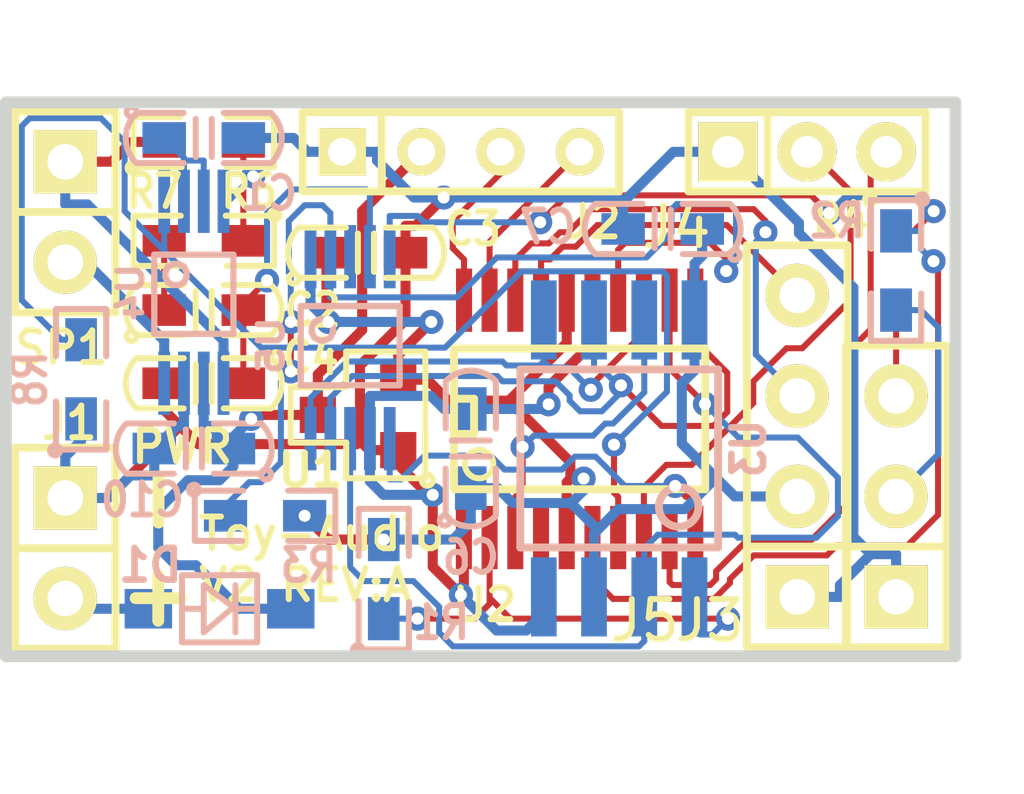
<source format=kicad_pcb>
(kicad_pcb (version 4) (host pcbnew 4.0.0-rc2-stable)

  (general
    (links 67)
    (no_connects 0)
    (area 95.849999 88.849999 120.150001 103.150001)
    (thickness 1.6)
    (drawings 8)
    (tracks 445)
    (zones 0)
    (modules 26)
    (nets 29)
  )

  (page A4)
  (layers
    (0 F.Cu signal)
    (31 B.Cu signal)
    (32 B.Adhes user)
    (33 F.Adhes user)
    (34 B.Paste user)
    (35 F.Paste user)
    (36 B.SilkS user)
    (37 F.SilkS user)
    (38 B.Mask user)
    (39 F.Mask user)
    (40 Dwgs.User user)
    (41 Cmts.User user)
    (42 Eco1.User user)
    (43 Eco2.User user)
    (44 Edge.Cuts user)
    (45 Margin user)
    (46 B.CrtYd user)
    (47 F.CrtYd user)
    (48 B.Fab user)
    (49 F.Fab user)
  )

  (setup
    (last_trace_width 0.1524)
    (trace_clearance 0.1524)
    (zone_clearance 0.508)
    (zone_45_only no)
    (trace_min 0.1524)
    (segment_width 0.2)
    (edge_width 0.3)
    (via_size 0.6096)
    (via_drill 0.3048)
    (via_min_size 0.6096)
    (via_min_drill 0.3048)
    (uvia_size 0.3)
    (uvia_drill 0.1)
    (uvias_allowed no)
    (uvia_min_size 0.2)
    (uvia_min_drill 0.1)
    (pcb_text_width 0.3)
    (pcb_text_size 1.5 1.5)
    (mod_edge_width 0.2)
    (mod_text_size 1 1)
    (mod_text_width 0.15)
    (pad_size 1.2 1)
    (pad_drill 0)
    (pad_to_mask_clearance 0)
    (aux_axis_origin 96 103)
    (grid_origin 169 103)
    (visible_elements 7FFEFFFF)
    (pcbplotparams
      (layerselection 0x000f0_80000001)
      (usegerberextensions true)
      (excludeedgelayer true)
      (linewidth 0.100000)
      (plotframeref false)
      (viasonmask false)
      (mode 1)
      (useauxorigin true)
      (hpglpennumber 1)
      (hpglpenspeed 20)
      (hpglpendiameter 15)
      (hpglpenoverlay 2)
      (psnegative false)
      (psa4output false)
      (plotreference true)
      (plotvalue false)
      (plotinvisibletext false)
      (padsonsilk false)
      (subtractmaskfromsilk true)
      (outputformat 1)
      (mirror false)
      (drillshape 0)
      (scaleselection 1)
      (outputdirectory Gerber/))
  )

  (net 0 "")
  (net 1 GND)
  (net 2 VCC)
  (net 3 VDD)
  (net 4 "Net-(D1-PadA)")
  (net 5 /SWCLK)
  (net 6 /SWDIO)
  (net 7 /SDA1)
  (net 8 /SCL1)
  (net 9 /SCK1)
  (net 10 /MISO1)
  (net 11 /MOSI1)
  (net 12 "Net-(C1-Pad1)")
  (net 13 "Net-(C2-Pad1)")
  (net 14 "Net-(C2-Pad2)")
  (net 15 "Net-(J3-Pad2)")
  (net 16 "Net-(J3-Pad3)")
  (net 17 /USART1_TX)
  (net 18 /USART1_RX)
  (net 19 /nCS)
  (net 20 /WKUP1)
  (net 21 /LED)
  (net 22 "Net-(R6-Pad1)")
  (net 23 /nHOLD)
  (net 24 /nMUTE)
  (net 25 /SP+)
  (net 26 /SP-)
  (net 27 /LATCH)
  (net 28 /nCS2)

  (net_class Default "Dit is de standaard class."
    (clearance 0.1524)
    (trace_width 0.1524)
    (via_dia 0.6096)
    (via_drill 0.3048)
    (uvia_dia 0.3)
    (uvia_drill 0.1)
    (add_net /LATCH)
    (add_net /LED)
    (add_net /MISO1)
    (add_net /MOSI1)
    (add_net /SCK1)
    (add_net /SCL1)
    (add_net /SDA1)
    (add_net /SWCLK)
    (add_net /SWDIO)
    (add_net /USART1_RX)
    (add_net /USART1_TX)
    (add_net /WKUP1)
    (add_net /nCS)
    (add_net /nCS2)
    (add_net /nHOLD)
    (add_net /nMUTE)
    (add_net "Net-(C1-Pad1)")
    (add_net "Net-(C2-Pad1)")
    (add_net "Net-(C2-Pad2)")
    (add_net "Net-(J3-Pad2)")
    (add_net "Net-(J3-Pad3)")
    (add_net "Net-(R6-Pad1)")
  )

  (net_class PWR ""
    (clearance 0.1524)
    (trace_width 0.254)
    (via_dia 0.6096)
    (via_drill 0.3048)
    (uvia_dia 0.3)
    (uvia_drill 0.1)
    (add_net /SP+)
    (add_net /SP-)
    (add_net GND)
    (add_net "Net-(D1-PadA)")
    (add_net VCC)
    (add_net VDD)
  )

  (module MvdL:C0603 (layer B.Cu) (tedit 56719C3A) (tstamp 55EDFFE6)
    (at 107.75 97.75 90)
    (path /55EEE9C5)
    (attr smd)
    (fp_text reference C6 (at -2.75 0 180) (layer B.SilkS)
      (effects (font (size 0.8128 0.7112) (thickness 0.1524)) (justify mirror))
    )
    (fp_text value 1u (at 0.0254 -1.143 90) (layer B.Fab)
      (effects (font (size 0.50038 0.50038) (thickness 0.10922)) (justify mirror))
    )
    (fp_line (start 0.2032 0.4826) (end 0.2032 -0.4826) (layer B.SilkS) (width 0.1524))
    (fp_line (start -0.2032 0.4826) (end -0.2032 -0.4826) (layer B.SilkS) (width 0.1524))
    (fp_line (start 0.5064 0.635) (end 1.7002 0.635) (layer B.SilkS) (width 0.1524))
    (fp_line (start 0.5064 -0.635) (end 1.7002 -0.635) (layer B.SilkS) (width 0.1524))
    (fp_arc (start 1.0906 0) (end 1.7002 -0.635) (angle 90) (layer B.SilkS) (width 0.1524))
    (fp_arc (start -1.0906 0) (end -1.7002 -0.635) (angle -90) (layer B.SilkS) (width 0.1524))
    (fp_line (start -0.5064 -0.635) (end -1.7002 -0.635) (layer B.SilkS) (width 0.1524))
    (fp_line (start -0.5064 0.635) (end -1.7002 0.635) (layer B.SilkS) (width 0.1524))
    (fp_circle (center -1.8224 -0.658) (end -1.8224 -0.531) (layer B.SilkS) (width 0.1524))
    (pad 1 smd rect (at -1 0 90) (size 1.1 0.8) (layers B.Cu B.Paste B.Mask)
      (net 3 VDD) (clearance 0.1524))
    (pad 2 smd rect (at 1 0 90) (size 1.1 0.8) (layers B.Cu B.Paste B.Mask)
      (net 1 GND) (clearance 0.1524))
    (model smd/chip_cms.wrl
      (at (xyz 0 0 0))
      (scale (xyz 0.1 0.1 0.1))
      (rotate (xyz 0 0 0))
    )
  )

  (module MvdL:C0603 (layer B.Cu) (tedit 56719C59) (tstamp 55EDFFEC)
    (at 112.6 92.2 180)
    (path /55D300C8)
    (attr smd)
    (fp_text reference C7 (at 2.9 0.05 180) (layer B.SilkS)
      (effects (font (size 0.8128 0.7112) (thickness 0.1524)) (justify mirror))
    )
    (fp_text value 10u (at 0.0254 -1.143 180) (layer B.Fab)
      (effects (font (size 0.50038 0.50038) (thickness 0.10922)) (justify mirror))
    )
    (fp_line (start 0.2032 0.4826) (end 0.2032 -0.4826) (layer B.SilkS) (width 0.1524))
    (fp_line (start -0.2032 0.4826) (end -0.2032 -0.4826) (layer B.SilkS) (width 0.1524))
    (fp_line (start 0.5064 0.635) (end 1.7002 0.635) (layer B.SilkS) (width 0.1524))
    (fp_line (start 0.5064 -0.635) (end 1.7002 -0.635) (layer B.SilkS) (width 0.1524))
    (fp_arc (start 1.0906 0) (end 1.7002 -0.635) (angle 90) (layer B.SilkS) (width 0.1524))
    (fp_arc (start -1.0906 0) (end -1.7002 -0.635) (angle -90) (layer B.SilkS) (width 0.1524))
    (fp_line (start -0.5064 -0.635) (end -1.7002 -0.635) (layer B.SilkS) (width 0.1524))
    (fp_line (start -0.5064 0.635) (end -1.7002 0.635) (layer B.SilkS) (width 0.1524))
    (fp_circle (center -1.8224 -0.658) (end -1.8224 -0.531) (layer B.SilkS) (width 0.1524))
    (pad 1 smd rect (at -1 0 180) (size 1.1 0.8) (layers B.Cu B.Paste B.Mask)
      (net 3 VDD) (clearance 0.1524))
    (pad 2 smd rect (at 1 0 180) (size 1.1 0.8) (layers B.Cu B.Paste B.Mask)
      (net 1 GND) (clearance 0.1524))
    (model smd/chip_cms.wrl
      (at (xyz 0 0 0))
      (scale (xyz 0.1 0.1 0.1))
      (rotate (xyz 0 0 0))
    )
  )

  (module MvdL:C0603 (layer B.Cu) (tedit 56773323) (tstamp 55EDFFFE)
    (at 100.75 97.75 180)
    (path /55EC5971)
    (attr smd)
    (fp_text reference C10 (at 1.3 -1.3 360) (layer B.SilkS)
      (effects (font (size 0.8128 0.7112) (thickness 0.1524)) (justify mirror))
    )
    (fp_text value 2.2uF (at 0.0254 -1.143 180) (layer B.Fab)
      (effects (font (size 0.50038 0.50038) (thickness 0.10922)) (justify mirror))
    )
    (fp_line (start 0.2032 0.4826) (end 0.2032 -0.4826) (layer B.SilkS) (width 0.1524))
    (fp_line (start -0.2032 0.4826) (end -0.2032 -0.4826) (layer B.SilkS) (width 0.1524))
    (fp_line (start 0.5064 0.635) (end 1.7002 0.635) (layer B.SilkS) (width 0.1524))
    (fp_line (start 0.5064 -0.635) (end 1.7002 -0.635) (layer B.SilkS) (width 0.1524))
    (fp_arc (start 1.0906 0) (end 1.7002 -0.635) (angle 90) (layer B.SilkS) (width 0.1524))
    (fp_arc (start -1.0906 0) (end -1.7002 -0.635) (angle -90) (layer B.SilkS) (width 0.1524))
    (fp_line (start -0.5064 -0.635) (end -1.7002 -0.635) (layer B.SilkS) (width 0.1524))
    (fp_line (start -0.5064 0.635) (end -1.7002 0.635) (layer B.SilkS) (width 0.1524))
    (fp_circle (center -1.8224 -0.658) (end -1.8224 -0.531) (layer B.SilkS) (width 0.1524))
    (pad 1 smd rect (at -1 0 180) (size 1.1 0.8) (layers B.Cu B.Paste B.Mask)
      (net 2 VCC) (clearance 0.1524))
    (pad 2 smd rect (at 1 0 180) (size 1.1 0.8) (layers B.Cu B.Paste B.Mask)
      (net 1 GND) (clearance 0.1524))
    (model smd/chip_cms.wrl
      (at (xyz 0 0 0))
      (scale (xyz 0.1 0.1 0.1))
      (rotate (xyz 0 0 0))
    )
  )

  (module MvdL:SOD-123 (layer B.Cu) (tedit 56773145) (tstamp 55EE000A)
    (at 101.4 101.8 180)
    (path /548FBF10)
    (fp_text reference D1 (at 1.75 1.1 360) (layer B.SilkS)
      (effects (font (size 0.8 0.8) (thickness 0.17)) (justify mirror))
    )
    (fp_text value MBR0520LT1G (at 0.1 -1.6 180) (layer B.Fab)
      (effects (font (size 0.8 0.8) (thickness 0.15)) (justify mirror))
    )
    (fp_line (start 0.4 0) (end 0.95 0) (layer B.SilkS) (width 0.1524))
    (fp_line (start -0.4 0) (end -0.95 0) (layer B.SilkS) (width 0.1524))
    (fp_line (start -0.95 0.85) (end -0.95 -0.85) (layer B.SilkS) (width 0.1524))
    (fp_line (start -0.95 -0.85) (end 0.95 -0.85) (layer B.SilkS) (width 0.1524))
    (fp_line (start 0.95 -0.85) (end 0.95 0.85) (layer B.SilkS) (width 0.1524))
    (fp_line (start 0.95 0.85) (end -0.95 0.85) (layer B.SilkS) (width 0.1524))
    (fp_line (start -0.4 0) (end 0.4 0.6) (layer B.SilkS) (width 0.15))
    (fp_line (start 0.4 0.6) (end 0.4 -0.6) (layer B.SilkS) (width 0.15))
    (fp_line (start 0.4 -0.6) (end -0.3 0) (layer B.SilkS) (width 0.15))
    (fp_line (start -0.4 0.6) (end -0.4 -0.6) (layer B.SilkS) (width 0.15))
    (pad K smd rect (at -1.8 0 180) (size 1.2 1) (layers B.Cu B.Paste B.Mask)
      (net 2 VCC) (clearance 0.1524))
    (pad A smd rect (at 1.8 0 180) (size 1.2 1) (layers B.Cu B.Paste B.Mask)
      (net 4 "Net-(D1-PadA)") (clearance 0.1524))
  )

  (module MvdL:SOT23 (layer F.Cu) (tedit 56749160) (tstamp 55EE0078)
    (at 104.9 96.9 270)
    (descr "Module CMS SOT23 Transistore EBC")
    (tags "CMS SOT")
    (path /55C87310)
    (attr smd)
    (fp_text reference U1 (at 1.4 1.2 540) (layer F.SilkS)
      (effects (font (size 0.8 0.8) (thickness 0.17)))
    )
    (fp_text value XC6206P332MR (at -0.05 -2.3 270) (layer F.Fab)
      (effects (font (size 0.762 0.762) (thickness 0.1905)))
    )
    (fp_line (start -0.7 1.7) (end -0.7 0.3) (layer F.SilkS) (width 0.1524))
    (fp_line (start -0.7 0.3) (end -1.6 0.3) (layer F.SilkS) (width 0.1524))
    (fp_line (start -1.6 0.3) (end -1.6 -1.7) (layer F.SilkS) (width 0.1524))
    (fp_line (start 0.7 0.3) (end 0.7 1.7) (layer F.SilkS) (width 0.1524))
    (fp_line (start 1.6 -1.7) (end 1.6 0.3) (layer F.SilkS) (width 0.1524))
    (fp_line (start 1.6 0.3) (end 0.7 0.3) (layer F.SilkS) (width 0.1524))
    (fp_line (start -0.7 1.7) (end 0.7 1.7) (layer F.SilkS) (width 0.1524))
    (fp_line (start -1.6 -1.7) (end 1.6 -1.7) (layer F.SilkS) (width 0.1524))
    (fp_circle (center 1.65 -1.75) (end 1.55 -1.65) (layer F.SilkS) (width 0.15))
    (pad 2 smd rect (at -0.889 -1.016 270) (size 0.9144 0.9144) (layers F.Cu F.Paste F.Mask)
      (net 3 VDD) (die_length -2147.483648) (clearance 0.1524))
    (pad 1 smd rect (at 0.889 -1.016 270) (size 0.9144 0.9144) (layers F.Cu F.Paste F.Mask)
      (net 1 GND) (clearance 0.1524))
    (pad 3 smd rect (at 0 1.016 270) (size 0.9144 0.9144) (layers F.Cu F.Paste F.Mask)
      (net 2 VCC) (clearance 0.1524))
    (model smd/cms_sot23.wrl
      (at (xyz 0 0 0))
      (scale (xyz 0.13 0.15 0.15))
      (rotate (xyz 0 0 0))
    )
  )

  (module MvdL:HDR-01X4-RM2 (layer F.Cu) (tedit 566F5771) (tstamp 55EE001E)
    (at 104.5 90.25)
    (descr "Connecteur 4 pibs")
    (tags "CONN DEV")
    (path /55EEF165)
    (fp_text reference J2 (at 6.35 1.775) (layer F.SilkS)
      (effects (font (size 0.8 0.8) (thickness 0.15)))
    )
    (fp_text value CONN_01X04 (at 3 -2.5) (layer F.Fab)
      (effects (font (size 1.524 1.016) (thickness 0.254)))
    )
    (fp_line (start 1 -1) (end 1 1) (layer F.SilkS) (width 0.2))
    (fp_line (start -1 -1) (end -1 1) (layer F.SilkS) (width 0.2))
    (fp_line (start -1 1) (end 7 1) (layer F.SilkS) (width 0.2))
    (fp_line (start 7 1) (end 7 -1) (layer F.SilkS) (width 0.2))
    (fp_line (start 7 -1) (end -1 -1) (layer F.SilkS) (width 0.2))
    (pad 1 thru_hole rect (at 0 0) (size 1.2 1.2) (drill 0.7) (layers *.Cu *.Mask F.SilkS)
      (net 1 GND))
    (pad 2 thru_hole circle (at 2 0) (size 1.2 1.2) (drill 0.7) (layers *.Cu *.Mask F.SilkS)
      (net 2 VCC))
    (pad 3 thru_hole circle (at 4 0) (size 1.2 1.2) (drill 0.7) (layers *.Cu *.Mask F.SilkS)
      (net 5 /SWCLK))
    (pad 4 thru_hole circle (at 6 0) (size 1.2 1.2) (drill 0.7) (layers *.Cu *.Mask F.SilkS)
      (net 6 /SWDIO))
  )

  (module MvdL:C0603 (layer B.Cu) (tedit 567733D2) (tstamp 55EE9A28)
    (at 101 89.9)
    (path /55EE9A00)
    (attr smd)
    (fp_text reference C1 (at 1.65 1.4) (layer B.SilkS)
      (effects (font (size 0.8128 0.7112) (thickness 0.1524)) (justify mirror))
    )
    (fp_text value 1u (at 0.0254 -1.143) (layer B.Fab)
      (effects (font (size 0.50038 0.50038) (thickness 0.10922)) (justify mirror))
    )
    (fp_line (start 0.2032 0.4826) (end 0.2032 -0.4826) (layer B.SilkS) (width 0.1524))
    (fp_line (start -0.2032 0.4826) (end -0.2032 -0.4826) (layer B.SilkS) (width 0.1524))
    (fp_line (start 0.5064 0.635) (end 1.7002 0.635) (layer B.SilkS) (width 0.1524))
    (fp_line (start 0.5064 -0.635) (end 1.7002 -0.635) (layer B.SilkS) (width 0.1524))
    (fp_arc (start 1.0906 0) (end 1.7002 -0.635) (angle 90) (layer B.SilkS) (width 0.1524))
    (fp_arc (start -1.0906 0) (end -1.7002 -0.635) (angle -90) (layer B.SilkS) (width 0.1524))
    (fp_line (start -0.5064 -0.635) (end -1.7002 -0.635) (layer B.SilkS) (width 0.1524))
    (fp_line (start -0.5064 0.635) (end -1.7002 0.635) (layer B.SilkS) (width 0.1524))
    (fp_circle (center -1.8224 -0.658) (end -1.8224 -0.531) (layer B.SilkS) (width 0.1524))
    (pad 1 smd rect (at -1 0) (size 1.1 0.8) (layers B.Cu B.Paste B.Mask)
      (net 12 "Net-(C1-Pad1)") (clearance 0.1524))
    (pad 2 smd rect (at 1 0) (size 1.1 0.8) (layers B.Cu B.Paste B.Mask)
      (net 1 GND) (clearance 0.1524))
    (model smd/chip_cms.wrl
      (at (xyz 0 0 0))
      (scale (xyz 0.1 0.1 0.1))
      (rotate (xyz 0 0 0))
    )
  )

  (module MvdL:R0603 (layer B.Cu) (tedit 5674A608) (tstamp 55EF3841)
    (at 105.55 101.05 90)
    (path /55EF382D)
    (attr smd)
    (fp_text reference R1 (at -1.1 1.45 180) (layer B.SilkS)
      (effects (font (size 0.8128 0.7112) (thickness 0.1524)) (justify mirror))
    )
    (fp_text value 100k (at 0.0254 -1.143 90) (layer B.Fab)
      (effects (font (size 0.50038 0.50038) (thickness 0.10922)) (justify mirror))
    )
    (fp_line (start -1.6002 0.635) (end -1.7272 0.635) (layer B.SilkS) (width 0.1524))
    (fp_line (start -1.7772 0.635) (end -1.7772 -0.635) (layer B.SilkS) (width 0.1524))
    (fp_line (start -1.7272 -0.635) (end -1.6256 -0.635) (layer B.SilkS) (width 0.1524))
    (fp_line (start 1.6002 0.635) (end 1.7272 0.635) (layer B.SilkS) (width 0.1524))
    (fp_line (start 1.7772 0.635) (end 1.7772 -0.635) (layer B.SilkS) (width 0.1524))
    (fp_line (start 1.7272 -0.635) (end 1.6002 -0.635) (layer B.SilkS) (width 0.1524))
    (fp_line (start 0.5814 0.635) (end 1.7752 0.635) (layer B.SilkS) (width 0.1524))
    (fp_line (start 0.5814 -0.635) (end 1.7752 -0.635) (layer B.SilkS) (width 0.1524))
    (fp_line (start -0.5564 -0.635) (end -1.7502 -0.635) (layer B.SilkS) (width 0.1524))
    (fp_line (start -0.5814 0.635) (end -1.7752 0.635) (layer B.SilkS) (width 0.1524))
    (fp_circle (center -1.7974 -0.658) (end -1.7974 -0.531) (layer B.SilkS) (width 0.1524))
    (pad 1 smd rect (at -1 0 90) (size 1.0922 0.8) (layers B.Cu B.Paste B.Mask)
      (net 19 /nCS) (clearance 0.1524))
    (pad 2 smd rect (at 1 0 90) (size 1.0922 0.8) (layers B.Cu B.Paste B.Mask)
      (net 3 VDD) (clearance 0.1524))
    (model smd/chip_cms.wrl
      (at (xyz 0 0 0))
      (scale (xyz 0.1 0.1 0.1))
      (rotate (xyz 0 0 0))
    )
  )

  (module MvdL:SOIC-8-208mil (layer B.Cu) (tedit 56707D3D) (tstamp 55EE009C)
    (at 111.5 98 90)
    (descr "Small Outline w/ Pins")
    (tags "SOIC SSOP TSSOP")
    (path /548FE3C4)
    (attr smd)
    (fp_text reference U3 (at 0.25 3.275 90) (layer B.SilkS)
      (effects (font (size 0.8 0.7) (thickness 0.17)) (justify mirror))
    )
    (fp_text value W25Q32FVSIG (at 0 -3.505 90) (layer B.Fab)
      (effects (font (size 1 1) (thickness 0.15)) (justify mirror))
    )
    (fp_line (start 2.25 2.5) (end 2.25 -2.5) (layer B.SilkS) (width 0.2))
    (fp_line (start -2.25 2.5) (end -2.25 -2.5) (layer B.SilkS) (width 0.2))
    (fp_line (start 2.25 -2.5) (end -2.25 -2.5) (layer B.SilkS) (width 0.2))
    (fp_line (start -2.25 2.5) (end 2.25 2.5) (layer B.SilkS) (width 0.2))
    (fp_circle (center -1.225 1.505) (end -0.725 1.505) (layer B.SilkS) (width 0.2))
    (pad 1 smd rect (at -3.5 1.905 90) (size 2 0.65) (layers B.Cu B.Paste B.Mask)
      (net 19 /nCS))
    (pad 2 smd rect (at -3.5 0.635 90) (size 2 0.65) (layers B.Cu B.Paste B.Mask)
      (net 10 /MISO1))
    (pad 3 smd rect (at -3.5 -0.635 90) (size 2 0.65) (layers B.Cu B.Paste B.Mask)
      (net 3 VDD))
    (pad 4 smd rect (at -3.5 -1.905 90) (size 2 0.65) (layers B.Cu B.Paste B.Mask)
      (net 1 GND))
    (pad 5 smd rect (at 3.5 -1.905 90) (size 2 0.65) (layers B.Cu B.Paste B.Mask)
      (net 11 /MOSI1))
    (pad 6 smd rect (at 3.5 -0.635 90) (size 2 0.65) (layers B.Cu B.Paste B.Mask)
      (net 9 /SCK1))
    (pad 7 smd rect (at 3.5 0.635 90) (size 2 0.65) (layers B.Cu B.Paste B.Mask)
      (net 23 /nHOLD))
    (pad 8 smd rect (at 3.5 1.905 90) (size 2 0.65) (layers B.Cu B.Paste B.Mask)
      (net 3 VDD))
    (model DMC3028LSD.wrl
      (at (xyz 0 0 0))
      (scale (xyz 0.3937 0.3937 0.3937))
      (rotate (xyz 0 0 0))
    )
  )

  (module MvdL:C0603 (layer F.Cu) (tedit 56719B32) (tstamp 566F5D33)
    (at 101 94.25)
    (path /566ED190)
    (attr smd)
    (fp_text reference C2 (at 2.75 0 180) (layer F.SilkS)
      (effects (font (size 0.8128 0.7112) (thickness 0.1524)))
    )
    (fp_text value 390nF (at 0.0254 1.143) (layer F.Fab)
      (effects (font (size 0.50038 0.50038) (thickness 0.10922)))
    )
    (fp_line (start 0.2032 -0.4826) (end 0.2032 0.4826) (layer F.SilkS) (width 0.1524))
    (fp_line (start -0.2032 -0.4826) (end -0.2032 0.4826) (layer F.SilkS) (width 0.1524))
    (fp_line (start 0.5064 -0.635) (end 1.7002 -0.635) (layer F.SilkS) (width 0.1524))
    (fp_line (start 0.5064 0.635) (end 1.7002 0.635) (layer F.SilkS) (width 0.1524))
    (fp_arc (start 1.0906 0) (end 1.7002 0.635) (angle -90) (layer F.SilkS) (width 0.1524))
    (fp_arc (start -1.0906 0) (end -1.7002 0.635) (angle 90) (layer F.SilkS) (width 0.1524))
    (fp_line (start -0.5064 0.635) (end -1.7002 0.635) (layer F.SilkS) (width 0.1524))
    (fp_line (start -0.5064 -0.635) (end -1.7002 -0.635) (layer F.SilkS) (width 0.1524))
    (fp_circle (center -1.8224 0.658) (end -1.8224 0.531) (layer F.SilkS) (width 0.1524))
    (pad 1 smd rect (at -1 0) (size 1.1 0.8) (layers F.Cu F.Paste F.Mask)
      (net 13 "Net-(C2-Pad1)") (clearance 0.1524))
    (pad 2 smd rect (at 1 0) (size 1.1 0.8) (layers F.Cu F.Paste F.Mask)
      (net 14 "Net-(C2-Pad2)") (clearance 0.1524))
    (model smd/chip_cms.wrl
      (at (xyz 0 0 0))
      (scale (xyz 0.1 0.1 0.1))
      (rotate (xyz 0 0 0))
    )
  )

  (module MvdL:HDR_01x02_RM2.54 (layer F.Cu) (tedit 566F567E) (tstamp 566F5D34)
    (at 97.5 99 270)
    (path /566F19BE)
    (fp_text reference J1 (at -1.9 -0.1 360) (layer F.SilkS)
      (effects (font (size 0.8 0.8) (thickness 0.15)))
    )
    (fp_text value CONN_01X02 (at 2.54 -2.54 270) (layer F.Fab)
      (effects (font (size 1 1) (thickness 0.15)))
    )
    (fp_line (start -1.27 1.27) (end 3.81 1.27) (layer F.SilkS) (width 0.2))
    (fp_line (start -1.27 -1.27) (end 3.81 -1.27) (layer F.SilkS) (width 0.2))
    (fp_line (start 3.81 -1.27) (end 3.81 1.27) (layer F.SilkS) (width 0.2))
    (fp_line (start 1.27 -1.27) (end 1.27 1.27) (layer F.SilkS) (width 0.2))
    (fp_line (start -1.27 -1.27) (end -1.27 1.27) (layer F.SilkS) (width 0.2))
    (pad 1 thru_hole rect (at 0 0 270) (size 1.6 1.6) (drill 0.9) (layers *.Cu *.Mask F.SilkS)
      (net 1 GND))
    (pad 2 thru_hole circle (at 2.54 0 270) (size 1.6 1.6) (drill 0.9) (layers *.Cu *.Mask F.SilkS)
      (net 4 "Net-(D1-PadA)"))
  )

  (module MvdL:HDR_01x04_RM2.54 (layer F.Cu) (tedit 56707CC1) (tstamp 566F5D61)
    (at 116 101.5 90)
    (path /566EE894)
    (fp_text reference J5 (at -0.6 -3.85 180) (layer F.SilkS)
      (effects (font (size 1 1) (thickness 0.15)))
    )
    (fp_text value CONN_01X04 (at 2.54 -2.54 90) (layer F.Fab)
      (effects (font (size 1 1) (thickness 0.15)))
    )
    (fp_line (start 1.27 -1.27) (end 1.27 1.27) (layer F.SilkS) (width 0.2))
    (fp_line (start -1.27 -1.27) (end -1.27 1.27) (layer F.SilkS) (width 0.2))
    (fp_line (start -1.27 1.27) (end 8.89 1.27) (layer F.SilkS) (width 0.2))
    (fp_line (start 8.89 1.27) (end 8.89 -1.27) (layer F.SilkS) (width 0.2))
    (fp_line (start 8.89 -1.27) (end -1.27 -1.27) (layer F.SilkS) (width 0.2))
    (pad 1 thru_hole rect (at 0 0 90) (size 1.6 1.6) (drill 0.9) (layers *.Cu *.Mask F.SilkS)
      (net 1 GND))
    (pad 2 thru_hole circle (at 2.54 0 90) (size 1.6 1.6) (drill 0.9) (layers *.Cu *.Mask F.SilkS)
      (net 3 VDD))
    (pad 3 thru_hole circle (at 5.08 0 90) (size 1.6 1.6) (drill 0.9) (layers *.Cu *.Mask F.SilkS)
      (net 7 /SDA1))
    (pad 4 thru_hole circle (at 7.62 0 90) (size 1.6 1.6) (drill 0.9) (layers *.Cu *.Mask F.SilkS)
      (net 8 /SCL1))
  )

  (module MvdL:R0603 (layer B.Cu) (tedit 566F4D15) (tstamp 566F5D72)
    (at 118.5 93.25 270)
    (path /566EF481)
    (attr smd)
    (fp_text reference R2 (at -1.25 1.5 540) (layer B.SilkS)
      (effects (font (size 0.8128 0.7112) (thickness 0.1524)) (justify mirror))
    )
    (fp_text value 470R (at 0.0254 -1.143 270) (layer B.Fab)
      (effects (font (size 0.50038 0.50038) (thickness 0.10922)) (justify mirror))
    )
    (fp_line (start -1.6002 0.635) (end -1.7272 0.635) (layer B.SilkS) (width 0.1524))
    (fp_line (start -1.7772 0.635) (end -1.7772 -0.635) (layer B.SilkS) (width 0.1524))
    (fp_line (start -1.7272 -0.635) (end -1.6256 -0.635) (layer B.SilkS) (width 0.1524))
    (fp_line (start 1.6002 0.635) (end 1.7272 0.635) (layer B.SilkS) (width 0.1524))
    (fp_line (start 1.7772 0.635) (end 1.7772 -0.635) (layer B.SilkS) (width 0.1524))
    (fp_line (start 1.7272 -0.635) (end 1.6002 -0.635) (layer B.SilkS) (width 0.1524))
    (fp_line (start 0.5814 0.635) (end 1.7752 0.635) (layer B.SilkS) (width 0.1524))
    (fp_line (start 0.5814 -0.635) (end 1.7752 -0.635) (layer B.SilkS) (width 0.1524))
    (fp_line (start -0.5564 -0.635) (end -1.7502 -0.635) (layer B.SilkS) (width 0.1524))
    (fp_line (start -0.5814 0.635) (end -1.7752 0.635) (layer B.SilkS) (width 0.1524))
    (fp_circle (center -1.7974 -0.658) (end -1.7974 -0.531) (layer B.SilkS) (width 0.1524))
    (pad 1 smd rect (at -1 0 270) (size 1.0922 0.8) (layers B.Cu B.Paste B.Mask)
      (net 20 /WKUP1) (clearance 0.1524))
    (pad 2 smd rect (at 1 0 270) (size 1.0922 0.8) (layers B.Cu B.Paste B.Mask)
      (net 15 "Net-(J3-Pad2)") (clearance 0.1524))
    (model smd/chip_cms.wrl
      (at (xyz 0 0 0))
      (scale (xyz 0.1 0.1 0.1))
      (rotate (xyz 0 0 0))
    )
  )

  (module MvdL:R0603 (layer F.Cu) (tedit 56754816) (tstamp 566F5D83)
    (at 118.5 93.25 270)
    (path /566F0401)
    (attr smd)
    (fp_text reference R4 (at -1.25 1.4 360) (layer F.SilkS)
      (effects (font (size 0.8128 0.7112) (thickness 0.1524)))
    )
    (fp_text value 470R (at 0.0254 1.143 270) (layer F.Fab)
      (effects (font (size 0.50038 0.50038) (thickness 0.10922)))
    )
    (fp_line (start -1.6002 -0.635) (end -1.7272 -0.635) (layer F.SilkS) (width 0.1524))
    (fp_line (start -1.7772 -0.635) (end -1.7772 0.635) (layer F.SilkS) (width 0.1524))
    (fp_line (start -1.7272 0.635) (end -1.6256 0.635) (layer F.SilkS) (width 0.1524))
    (fp_line (start 1.6002 -0.635) (end 1.7272 -0.635) (layer F.SilkS) (width 0.1524))
    (fp_line (start 1.7772 -0.635) (end 1.7772 0.635) (layer F.SilkS) (width 0.1524))
    (fp_line (start 1.7272 0.635) (end 1.6002 0.635) (layer F.SilkS) (width 0.1524))
    (fp_line (start 0.5814 -0.635) (end 1.7752 -0.635) (layer F.SilkS) (width 0.1524))
    (fp_line (start 0.5814 0.635) (end 1.7752 0.635) (layer F.SilkS) (width 0.1524))
    (fp_line (start -0.5564 0.635) (end -1.7502 0.635) (layer F.SilkS) (width 0.1524))
    (fp_line (start -0.5814 -0.635) (end -1.7752 -0.635) (layer F.SilkS) (width 0.1524))
    (fp_circle (center -1.7974 0.658) (end -1.7974 0.531) (layer F.SilkS) (width 0.1524))
    (pad 1 smd rect (at -1 0 270) (size 1.0922 0.8) (layers F.Cu F.Paste F.Mask)
      (net 21 /LED) (clearance 0.1524))
    (pad 2 smd rect (at 1 0 270) (size 1.0922 0.8) (layers F.Cu F.Paste F.Mask)
      (net 16 "Net-(J3-Pad3)") (clearance 0.1524))
    (model smd/chip_cms.wrl
      (at (xyz 0 0 0))
      (scale (xyz 0.1 0.1 0.1))
      (rotate (xyz 0 0 0))
    )
  )

  (module MvdL:R0603 (layer F.Cu) (tedit 567547F2) (tstamp 566F5DA5)
    (at 101 92.5 180)
    (path /566ED189)
    (attr smd)
    (fp_text reference R6 (at -1.15 1.25 360) (layer F.SilkS)
      (effects (font (size 0.8128 0.7112) (thickness 0.1524)))
    )
    (fp_text value 20k (at 0.0254 1.143 180) (layer F.Fab)
      (effects (font (size 0.50038 0.50038) (thickness 0.10922)))
    )
    (fp_line (start -1.6002 -0.635) (end -1.7272 -0.635) (layer F.SilkS) (width 0.1524))
    (fp_line (start -1.7772 -0.635) (end -1.7772 0.635) (layer F.SilkS) (width 0.1524))
    (fp_line (start -1.7272 0.635) (end -1.6256 0.635) (layer F.SilkS) (width 0.1524))
    (fp_line (start 1.6002 -0.635) (end 1.7272 -0.635) (layer F.SilkS) (width 0.1524))
    (fp_line (start 1.7772 -0.635) (end 1.7772 0.635) (layer F.SilkS) (width 0.1524))
    (fp_line (start 1.7272 0.635) (end 1.6002 0.635) (layer F.SilkS) (width 0.1524))
    (fp_line (start 0.5814 -0.635) (end 1.7752 -0.635) (layer F.SilkS) (width 0.1524))
    (fp_line (start 0.5814 0.635) (end 1.7752 0.635) (layer F.SilkS) (width 0.1524))
    (fp_line (start -0.5564 0.635) (end -1.7502 0.635) (layer F.SilkS) (width 0.1524))
    (fp_line (start -0.5814 -0.635) (end -1.7752 -0.635) (layer F.SilkS) (width 0.1524))
    (fp_circle (center -1.7974 0.658) (end -1.7974 0.531) (layer F.SilkS) (width 0.1524))
    (pad 1 smd rect (at -1 0 180) (size 1.0922 0.8) (layers F.Cu F.Paste F.Mask)
      (net 22 "Net-(R6-Pad1)") (clearance 0.1524))
    (pad 2 smd rect (at 1 0 180) (size 1.0922 0.8) (layers F.Cu F.Paste F.Mask)
      (net 13 "Net-(C2-Pad1)") (clearance 0.1524))
    (model smd/chip_cms.wrl
      (at (xyz 0 0 0))
      (scale (xyz 0.1 0.1 0.1))
      (rotate (xyz 0 0 0))
    )
  )

  (module MvdL:R0603 (layer F.Cu) (tedit 566F5096) (tstamp 566F5DB6)
    (at 101 90)
    (path /566ED182)
    (attr smd)
    (fp_text reference R7 (at -1.25 1.25 180) (layer F.SilkS)
      (effects (font (size 0.8128 0.7112) (thickness 0.1524)))
    )
    (fp_text value 20k (at 0.0254 1.143) (layer F.Fab)
      (effects (font (size 0.50038 0.50038) (thickness 0.10922)))
    )
    (fp_line (start -1.6002 -0.635) (end -1.7272 -0.635) (layer F.SilkS) (width 0.1524))
    (fp_line (start -1.7772 -0.635) (end -1.7772 0.635) (layer F.SilkS) (width 0.1524))
    (fp_line (start -1.7272 0.635) (end -1.6256 0.635) (layer F.SilkS) (width 0.1524))
    (fp_line (start 1.6002 -0.635) (end 1.7272 -0.635) (layer F.SilkS) (width 0.1524))
    (fp_line (start 1.7772 -0.635) (end 1.7772 0.635) (layer F.SilkS) (width 0.1524))
    (fp_line (start 1.7272 0.635) (end 1.6002 0.635) (layer F.SilkS) (width 0.1524))
    (fp_line (start 0.5814 -0.635) (end 1.7752 -0.635) (layer F.SilkS) (width 0.1524))
    (fp_line (start 0.5814 0.635) (end 1.7752 0.635) (layer F.SilkS) (width 0.1524))
    (fp_line (start -0.5564 0.635) (end -1.7502 0.635) (layer F.SilkS) (width 0.1524))
    (fp_line (start -0.5814 -0.635) (end -1.7752 -0.635) (layer F.SilkS) (width 0.1524))
    (fp_circle (center -1.7974 0.658) (end -1.7974 0.531) (layer F.SilkS) (width 0.1524))
    (pad 1 smd rect (at -1 0) (size 1.0922 0.8) (layers F.Cu F.Paste F.Mask)
      (net 25 /SP+) (clearance 0.1524))
    (pad 2 smd rect (at 1 0) (size 1.0922 0.8) (layers F.Cu F.Paste F.Mask)
      (net 22 "Net-(R6-Pad1)") (clearance 0.1524))
    (model smd/chip_cms.wrl
      (at (xyz 0 0 0))
      (scale (xyz 0.1 0.1 0.1))
      (rotate (xyz 0 0 0))
    )
  )

  (module MvdL:HDR_01x02_RM2.54 (layer F.Cu) (tedit 56707CAC) (tstamp 566F5DB7)
    (at 97.5 90.5 270)
    (path /56688C9F)
    (fp_text reference SP1 (at 4.7 0.1 360) (layer F.SilkS)
      (effects (font (size 0.8 0.8) (thickness 0.15)))
    )
    (fp_text value CONN_01X02 (at 2.54 -2.54 270) (layer F.Fab)
      (effects (font (size 1 1) (thickness 0.15)))
    )
    (fp_line (start -1.27 1.27) (end 3.81 1.27) (layer F.SilkS) (width 0.2))
    (fp_line (start -1.27 -1.27) (end 3.81 -1.27) (layer F.SilkS) (width 0.2))
    (fp_line (start 3.81 -1.27) (end 3.81 1.27) (layer F.SilkS) (width 0.2))
    (fp_line (start 1.27 -1.27) (end 1.27 1.27) (layer F.SilkS) (width 0.2))
    (fp_line (start -1.27 -1.27) (end -1.27 1.27) (layer F.SilkS) (width 0.2))
    (pad 1 thru_hole rect (at 0 0 270) (size 1.6 1.6) (drill 0.9) (layers *.Cu *.Mask F.SilkS)
      (net 25 /SP+))
    (pad 2 thru_hole circle (at 2.54 0 270) (size 1.6 1.6) (drill 0.9) (layers *.Cu *.Mask F.SilkS)
      (net 26 /SP-))
  )

  (module MvdL:HDR_01x03_RM2.54 (layer F.Cu) (tedit 56707CC6) (tstamp 566F5D3E)
    (at 118.5 101.5 90)
    (path /566F01D6)
    (fp_text reference J3 (at -0.6 -4.7 180) (layer F.SilkS)
      (effects (font (size 1 1) (thickness 0.15)))
    )
    (fp_text value CONN_01X03 (at 2.54 -2.54 90) (layer F.Fab)
      (effects (font (size 1 1) (thickness 0.15)))
    )
    (fp_line (start -1.27 1.27) (end 6.35 1.27) (layer F.SilkS) (width 0.2))
    (fp_line (start 6.35 -1.27) (end -1.27 -1.27) (layer F.SilkS) (width 0.2))
    (fp_line (start 6.35 -1.27) (end 6.35 1.27) (layer F.SilkS) (width 0.2))
    (fp_line (start 1.27 -1.27) (end 1.27 1.27) (layer F.SilkS) (width 0.2))
    (fp_line (start -1.27 -1.27) (end -1.27 1.27) (layer F.SilkS) (width 0.2))
    (pad 1 thru_hole rect (at 0 0 90) (size 1.6 1.6) (drill 0.9) (layers *.Cu *.Mask F.SilkS)
      (net 1 GND))
    (pad 2 thru_hole circle (at 2.54 0 90) (size 1.6 1.6) (drill 0.9) (layers *.Cu *.Mask F.SilkS)
      (net 15 "Net-(J3-Pad2)"))
    (pad 3 thru_hole circle (at 5.08 0 90) (size 1.6 1.6) (drill 0.9) (layers *.Cu *.Mask F.SilkS)
      (net 16 "Net-(J3-Pad3)"))
  )

  (module MvdL:TSSOP20 (layer F.Cu) (tedit 5674916E) (tstamp 55EE0090)
    (at 110.5 97)
    (descr "SSOP 20 pins")
    (tags "CMS SSOP SMD")
    (path /55EC69BE)
    (attr smd)
    (fp_text reference U2 (at -2.4 4.7 180) (layer F.SilkS)
      (effects (font (size 0.8 0.8) (thickness 0.154)))
    )
    (fp_text value STM32F030F4P6 (at 0 0) (layer F.Fab)
      (effects (font (size 1 1) (thickness 0.2)))
    )
    (fp_line (start -3.175 -0.508) (end -2.667 -0.508) (layer F.SilkS) (width 0.2))
    (fp_line (start -2.667 -0.508) (end -2.667 0.381) (layer F.SilkS) (width 0.2))
    (fp_line (start -2.667 0.381) (end -3.175 0.381) (layer F.SilkS) (width 0.2))
    (fp_line (start 3.175 -1.778) (end 3.175 1.778) (layer F.SilkS) (width 0.2))
    (fp_line (start 3.175 1.778) (end -3.175 1.778) (layer F.SilkS) (width 0.2))
    (fp_line (start -3.175 1.778) (end -3.175 -1.778) (layer F.SilkS) (width 0.2))
    (fp_line (start -3.175 -1.778) (end 3.175 -1.778) (layer F.SilkS) (width 0.2))
    (fp_circle (center -2.54 1.143) (end -2.794 0.889) (layer F.SilkS) (width 0.1524))
    (pad 1 smd rect (at -2.925 3) (size 0.4064 1.6) (layers F.Cu F.Paste F.Mask)
      (net 1 GND))
    (pad 2 smd rect (at -2.275 3) (size 0.4064 1.6) (layers F.Cu F.Paste F.Mask)
      (net 19 /nCS))
    (pad 3 smd rect (at -1.625 3) (size 0.4064 1.6) (layers F.Cu F.Paste F.Mask)
      (net 23 /nHOLD))
    (pad 4 smd rect (at -0.975 3) (size 0.4064 1.6) (layers F.Cu F.Paste F.Mask))
    (pad 5 smd rect (at -0.325 3) (size 0.4064 1.6) (layers F.Cu F.Paste F.Mask)
      (net 3 VDD))
    (pad 6 smd rect (at 0.325 3) (size 0.4064 1.6) (layers F.Cu F.Paste F.Mask)
      (net 20 /WKUP1))
    (pad 7 smd rect (at 0.975 3) (size 0.4064 1.6) (layers F.Cu F.Paste F.Mask)
      (net 24 /nMUTE))
    (pad 8 smd rect (at 1.625 3) (size 0.4064 1.6) (layers F.Cu F.Paste F.Mask)
      (net 17 /USART1_TX))
    (pad 9 smd rect (at 2.275 3) (size 0.4064 1.6) (layers F.Cu F.Paste F.Mask)
      (net 18 /USART1_RX))
    (pad 10 smd rect (at 2.925 3) (size 0.4064 1.6) (layers F.Cu F.Paste F.Mask)
      (net 27 /LATCH))
    (pad 11 smd rect (at 2.925 -3) (size 0.4064 1.6) (layers F.Cu F.Paste F.Mask)
      (net 9 /SCK1))
    (pad 12 smd rect (at 2.275 -3) (size 0.4064 1.6) (layers F.Cu F.Paste F.Mask)
      (net 10 /MISO1))
    (pad 13 smd rect (at 1.625 -3) (size 0.4064 1.6) (layers F.Cu F.Paste F.Mask)
      (net 11 /MOSI1))
    (pad 14 smd rect (at 0.975 -3) (size 0.4064 1.6) (layers F.Cu F.Paste F.Mask)
      (net 28 /nCS2))
    (pad 15 smd rect (at 0.325 -3) (size 0.4064 1.6) (layers F.Cu F.Paste F.Mask)
      (net 1 GND))
    (pad 16 smd rect (at -0.325 -3) (size 0.4064 1.6) (layers F.Cu F.Paste F.Mask)
      (net 3 VDD))
    (pad 17 smd rect (at -0.975 -3) (size 0.4064 1.6) (layers F.Cu F.Paste F.Mask)
      (net 8 /SCL1))
    (pad 18 smd rect (at -1.625 -3) (size 0.4064 1.6) (layers F.Cu F.Paste F.Mask)
      (net 7 /SDA1))
    (pad 19 smd rect (at -2.275 -3) (size 0.4064 1.6) (layers F.Cu F.Paste F.Mask)
      (net 6 /SWDIO))
    (pad 20 smd rect (at -2.921 -3) (size 0.4064 1.6) (layers F.Cu F.Paste F.Mask)
      (net 5 /SWCLK))
    (model smd/cms_so20.wrl
      (at (xyz 0 0 0))
      (scale (xyz 0.255 0.33 0.3))
      (rotate (xyz 0 0 0))
    )
  )

  (module MvdL:C0603 (layer F.Cu) (tedit 56749118) (tstamp 56749041)
    (at 105.1 92.8)
    (path /5674AE14)
    (attr smd)
    (fp_text reference C3 (at 2.7 -0.6 180) (layer F.SilkS)
      (effects (font (size 0.8128 0.7112) (thickness 0.1524)))
    )
    (fp_text value 100n (at 0.0254 1.143) (layer F.Fab)
      (effects (font (size 0.50038 0.50038) (thickness 0.10922)))
    )
    (fp_line (start 0.2032 -0.4826) (end 0.2032 0.4826) (layer F.SilkS) (width 0.1524))
    (fp_line (start -0.2032 -0.4826) (end -0.2032 0.4826) (layer F.SilkS) (width 0.1524))
    (fp_line (start 0.5064 -0.635) (end 1.7002 -0.635) (layer F.SilkS) (width 0.1524))
    (fp_line (start 0.5064 0.635) (end 1.7002 0.635) (layer F.SilkS) (width 0.1524))
    (fp_arc (start 1.0906 0) (end 1.7002 0.635) (angle -90) (layer F.SilkS) (width 0.1524))
    (fp_arc (start -1.0906 0) (end -1.7002 0.635) (angle 90) (layer F.SilkS) (width 0.1524))
    (fp_line (start -0.5064 0.635) (end -1.7002 0.635) (layer F.SilkS) (width 0.1524))
    (fp_line (start -0.5064 -0.635) (end -1.7002 -0.635) (layer F.SilkS) (width 0.1524))
    (fp_circle (center -1.8224 0.658) (end -1.8224 0.531) (layer F.SilkS) (width 0.1524))
    (pad 1 smd rect (at -1 0) (size 1.1 0.8) (layers F.Cu F.Paste F.Mask)
      (net 3 VDD) (clearance 0.1524))
    (pad 2 smd rect (at 1 0) (size 1.1 0.8) (layers F.Cu F.Paste F.Mask)
      (net 1 GND) (clearance 0.1524))
    (model smd/chip_cms.wrl
      (at (xyz 0 0 0))
      (scale (xyz 0.1 0.1 0.1))
      (rotate (xyz 0 0 0))
    )
  )

  (module MvdL:C0603 (layer F.Cu) (tedit 567547E7) (tstamp 56749047)
    (at 101 96.1 180)
    (path /5674AF58)
    (attr smd)
    (fp_text reference C4 (at -2.7 0.65 360) (layer F.SilkS)
      (effects (font (size 0.8128 0.7112) (thickness 0.1524)))
    )
    (fp_text value 100n (at 0.0254 1.143 180) (layer F.Fab)
      (effects (font (size 0.50038 0.50038) (thickness 0.10922)))
    )
    (fp_line (start 0.2032 -0.4826) (end 0.2032 0.4826) (layer F.SilkS) (width 0.1524))
    (fp_line (start -0.2032 -0.4826) (end -0.2032 0.4826) (layer F.SilkS) (width 0.1524))
    (fp_line (start 0.5064 -0.635) (end 1.7002 -0.635) (layer F.SilkS) (width 0.1524))
    (fp_line (start 0.5064 0.635) (end 1.7002 0.635) (layer F.SilkS) (width 0.1524))
    (fp_arc (start 1.0906 0) (end 1.7002 0.635) (angle -90) (layer F.SilkS) (width 0.1524))
    (fp_arc (start -1.0906 0) (end -1.7002 0.635) (angle 90) (layer F.SilkS) (width 0.1524))
    (fp_line (start -0.5064 0.635) (end -1.7002 0.635) (layer F.SilkS) (width 0.1524))
    (fp_line (start -0.5064 -0.635) (end -1.7002 -0.635) (layer F.SilkS) (width 0.1524))
    (fp_circle (center -1.8224 0.658) (end -1.8224 0.531) (layer F.SilkS) (width 0.1524))
    (pad 1 smd rect (at -1 0 180) (size 1.1 0.8) (layers F.Cu F.Paste F.Mask)
      (net 14 "Net-(C2-Pad2)") (clearance 0.1524))
    (pad 2 smd rect (at 1 0 180) (size 1.1 0.8) (layers F.Cu F.Paste F.Mask)
      (net 1 GND) (clearance 0.1524))
    (model smd/chip_cms.wrl
      (at (xyz 0 0 0))
      (scale (xyz 0.1 0.1 0.1))
      (rotate (xyz 0 0 0))
    )
  )

  (module MvdL:MSOP8 (layer B.Cu) (tedit 567733CE) (tstamp 5674904E)
    (at 100.75 93.75 270)
    (descr SSOP-8)
    (tags "SOIC SSOP TSSOP")
    (path /566ED168)
    (attr smd)
    (fp_text reference U4 (at 0.05 1.6 270) (layer B.SilkS)
      (effects (font (size 0.6096 0.7112) (thickness 0.1524)) (justify mirror))
    )
    (fp_text value TS4890 (at 0 -2.25 270) (layer B.Fab)
      (effects (font (size 0.8 0.8) (thickness 0.12)) (justify mirror))
    )
    (fp_line (start -0.9 1) (end -0.9 -1) (layer B.SilkS) (width 0.16))
    (fp_line (start -0.9 -1) (end 1.1 -1) (layer B.SilkS) (width 0.16))
    (fp_line (start 1.1 -1) (end 1.1 1) (layer B.SilkS) (width 0.16))
    (fp_line (start 1.1 1) (end -0.9 1) (layer B.SilkS) (width 0.16))
    (fp_text user ○ (at -0.4 0.5 270) (layer B.SilkS)
      (effects (font (size 0.7 0.7) (thickness 0.16)) (justify mirror))
    )
    (pad 1 smd rect (at -2.25 0.75 270) (size 1.6 0.3) (layers B.Cu B.Paste B.Mask)
      (net 24 /nMUTE))
    (pad 2 smd rect (at -2.25 0.25 270) (size 1.6 0.3) (layers B.Cu B.Paste B.Mask)
      (net 12 "Net-(C1-Pad1)"))
    (pad 3 smd rect (at -2.25 -0.25 270) (size 1.6 0.3) (layers B.Cu B.Paste B.Mask)
      (net 12 "Net-(C1-Pad1)"))
    (pad 4 smd rect (at -2.25 -0.75 270) (size 1.6 0.3) (layers B.Cu B.Paste B.Mask)
      (net 22 "Net-(R6-Pad1)"))
    (pad 5 smd rect (at 2.35 -0.75 270) (size 1.6 0.3) (layers B.Cu B.Paste B.Mask)
      (net 25 /SP+))
    (pad 6 smd rect (at 2.35 -0.25 270) (size 1.6 0.3) (layers B.Cu B.Paste B.Mask)
      (net 2 VCC))
    (pad 7 smd rect (at 2.35 0.25 270) (size 1.6 0.3) (layers B.Cu B.Paste B.Mask)
      (net 1 GND))
    (pad 8 smd rect (at 2.35 0.75 270) (size 1.6 0.3) (layers B.Cu B.Paste B.Mask)
      (net 26 /SP-))
    (model SSOP-8.wrl
      (at (xyz 0 0 0))
      (scale (xyz 0.3937 0.3937 0.3937))
      (rotate (xyz 0 0 0))
    )
  )

  (module MvdL:MSOP10 (layer B.Cu) (tedit 56749095) (tstamp 56749066)
    (at 103.7 92.9 270)
    (descr SSOP-8)
    (tags "SOIC SSOP TSSOP")
    (path /56749008)
    (attr smd)
    (fp_text reference U5 (at 2.25 1 270) (layer B.SilkS)
      (effects (font (size 0.6096 0.7112) (thickness 0.1524)) (justify mirror))
    )
    (fp_text value MCP48FEB02-E/UN (at 2.25 -3 270) (layer B.Fab)
      (effects (font (size 0.8 0.8) (thickness 0.12)) (justify mirror))
    )
    (fp_line (start 1.25 0.25) (end 1.25 -2.25) (layer B.SilkS) (width 0.16))
    (fp_line (start 1.25 -2.25) (end 3.25 -2.25) (layer B.SilkS) (width 0.16))
    (fp_line (start 3.25 -2.25) (end 3.25 0.25) (layer B.SilkS) (width 0.16))
    (fp_line (start 3.25 0.25) (end 1.25 0.25) (layer B.SilkS) (width 0.16))
    (fp_text user ○ (at 1.85 -0.25 270) (layer B.SilkS)
      (effects (font (size 0.7 0.7) (thickness 0.16)) (justify mirror))
    )
    (pad 1 smd rect (at 0 0 270) (size 1.6 0.3) (layers B.Cu B.Paste B.Mask)
      (net 3 VDD))
    (pad 2 smd rect (at 0 -0.5 270) (size 1.6 0.3) (layers B.Cu B.Paste B.Mask)
      (net 28 /nCS2))
    (pad 3 smd rect (at 0 -1 270) (size 1.6 0.3) (layers B.Cu B.Paste B.Mask))
    (pad 4 smd rect (at 0 -1.5 270) (size 1.6 0.3) (layers B.Cu B.Paste B.Mask)
      (net 14 "Net-(C2-Pad2)"))
    (pad 7 smd rect (at 4.6 -1.5 270) (size 1.6 0.3) (layers B.Cu B.Paste B.Mask)
      (net 1 GND))
    (pad 8 smd rect (at 4.6 -1 270) (size 1.6 0.3) (layers B.Cu B.Paste B.Mask)
      (net 10 /MISO1))
    (pad 9 smd rect (at 4.6 -0.5 270) (size 1.6 0.3) (layers B.Cu B.Paste B.Mask)
      (net 9 /SCK1))
    (pad 10 smd rect (at 4.6 0 270) (size 1.6 0.3) (layers B.Cu B.Paste B.Mask)
      (net 11 /MOSI1))
    (pad 5 smd rect (at 0 -2 270) (size 1.6 0.3) (layers B.Cu B.Paste B.Mask)
      (net 21 /LED))
    (pad 6 smd rect (at 4.6 -2 270) (size 1.6 0.3) (layers B.Cu B.Paste B.Mask)
      (net 27 /LATCH))
    (model SSOP-8.wrl
      (at (xyz 0 0 0))
      (scale (xyz 0.3937 0.3937 0.3937))
      (rotate (xyz 0 0 0))
    )
  )

  (module MvdL:HDR_01x03_RM2 (layer F.Cu) (tedit 5675480C) (tstamp 56749048)
    (at 114.25 90.25)
    (path /566EE2D1)
    (fp_text reference J4 (at -1.3 1.9) (layer F.SilkS)
      (effects (font (size 1 1) (thickness 0.15)))
    )
    (fp_text value CONN_01X03 (at 2.54 -2.54) (layer F.Fab)
      (effects (font (size 1 1) (thickness 0.15)))
    )
    (fp_line (start 5 1) (end -1 1) (layer F.SilkS) (width 0.2))
    (fp_line (start 5 -1) (end -1 -1) (layer F.SilkS) (width 0.2))
    (fp_line (start 5 -1) (end 5 1) (layer F.SilkS) (width 0.2))
    (fp_line (start 1 -1) (end 1 1) (layer F.SilkS) (width 0.2))
    (fp_line (start -1 -1) (end -1 1) (layer F.SilkS) (width 0.2))
    (pad 1 thru_hole rect (at 0 0) (size 1.5 1.5) (drill 0.8) (layers *.Cu *.Mask F.SilkS)
      (net 1 GND))
    (pad 2 thru_hole circle (at 2 0) (size 1.5 1.5) (drill 0.8) (layers *.Cu *.Mask F.SilkS)
      (net 17 /USART1_TX))
    (pad 3 thru_hole circle (at 4 0) (size 1.5 1.5) (drill 0.8) (layers *.Cu *.Mask F.SilkS)
      (net 18 /USART1_RX))
  )

  (module MvdL:R0603 (layer B.Cu) (tedit 5677330E) (tstamp 567731F0)
    (at 102.55 99.45)
    (path /567752B8)
    (attr smd)
    (fp_text reference R3 (at 1.1 1.25) (layer B.SilkS)
      (effects (font (size 0.8128 0.7112) (thickness 0.1524)) (justify mirror))
    )
    (fp_text value 100k (at 0.0254 -1.143) (layer B.Fab)
      (effects (font (size 0.50038 0.50038) (thickness 0.10922)) (justify mirror))
    )
    (fp_line (start -1.6002 0.635) (end -1.7272 0.635) (layer B.SilkS) (width 0.1524))
    (fp_line (start -1.7772 0.635) (end -1.7772 -0.635) (layer B.SilkS) (width 0.1524))
    (fp_line (start -1.7272 -0.635) (end -1.6256 -0.635) (layer B.SilkS) (width 0.1524))
    (fp_line (start 1.6002 0.635) (end 1.7272 0.635) (layer B.SilkS) (width 0.1524))
    (fp_line (start 1.7772 0.635) (end 1.7772 -0.635) (layer B.SilkS) (width 0.1524))
    (fp_line (start 1.7272 -0.635) (end 1.6002 -0.635) (layer B.SilkS) (width 0.1524))
    (fp_line (start 0.5814 0.635) (end 1.7752 0.635) (layer B.SilkS) (width 0.1524))
    (fp_line (start 0.5814 -0.635) (end 1.7752 -0.635) (layer B.SilkS) (width 0.1524))
    (fp_line (start -0.5564 -0.635) (end -1.7502 -0.635) (layer B.SilkS) (width 0.1524))
    (fp_line (start -0.5814 0.635) (end -1.7752 0.635) (layer B.SilkS) (width 0.1524))
    (fp_circle (center -1.7974 -0.658) (end -1.7974 -0.531) (layer B.SilkS) (width 0.1524))
    (pad 1 smd rect (at -1 0) (size 1.0922 0.8) (layers B.Cu B.Paste B.Mask)
      (net 28 /nCS2) (clearance 0.1524))
    (pad 2 smd rect (at 1 0) (size 1.0922 0.8) (layers B.Cu B.Paste B.Mask)
      (net 3 VDD) (clearance 0.1524))
    (model smd/chip_cms.wrl
      (at (xyz 0 0 0))
      (scale (xyz 0.1 0.1 0.1))
      (rotate (xyz 0 0 0))
    )
  )

  (module MvdL:R0603 (layer B.Cu) (tedit 567730BE) (tstamp 56773212)
    (at 97.9 96 90)
    (path /567753EE)
    (attr smd)
    (fp_text reference R8 (at 0 -1.3 90) (layer B.SilkS)
      (effects (font (size 0.8128 0.7112) (thickness 0.1524)) (justify mirror))
    )
    (fp_text value 100k (at 0.0254 -1.143 90) (layer B.Fab)
      (effects (font (size 0.50038 0.50038) (thickness 0.10922)) (justify mirror))
    )
    (fp_line (start -1.6002 0.635) (end -1.7272 0.635) (layer B.SilkS) (width 0.1524))
    (fp_line (start -1.7772 0.635) (end -1.7772 -0.635) (layer B.SilkS) (width 0.1524))
    (fp_line (start -1.7272 -0.635) (end -1.6256 -0.635) (layer B.SilkS) (width 0.1524))
    (fp_line (start 1.6002 0.635) (end 1.7272 0.635) (layer B.SilkS) (width 0.1524))
    (fp_line (start 1.7772 0.635) (end 1.7772 -0.635) (layer B.SilkS) (width 0.1524))
    (fp_line (start 1.7272 -0.635) (end 1.6002 -0.635) (layer B.SilkS) (width 0.1524))
    (fp_line (start 0.5814 0.635) (end 1.7752 0.635) (layer B.SilkS) (width 0.1524))
    (fp_line (start 0.5814 -0.635) (end 1.7752 -0.635) (layer B.SilkS) (width 0.1524))
    (fp_line (start -0.5564 -0.635) (end -1.7502 -0.635) (layer B.SilkS) (width 0.1524))
    (fp_line (start -0.5814 0.635) (end -1.7752 0.635) (layer B.SilkS) (width 0.1524))
    (fp_circle (center -1.7974 -0.658) (end -1.7974 -0.531) (layer B.SilkS) (width 0.1524))
    (pad 1 smd rect (at -1 0 90) (size 1.0922 0.8) (layers B.Cu B.Paste B.Mask)
      (net 1 GND) (clearance 0.1524))
    (pad 2 smd rect (at 1 0 90) (size 1.0922 0.8) (layers B.Cu B.Paste B.Mask)
      (net 24 /nMUTE) (clearance 0.1524))
    (model smd/chip_cms.wrl
      (at (xyz 0 0 0))
      (scale (xyz 0.1 0.1 0.1))
      (rotate (xyz 0 0 0))
    )
  )

  (gr_text - (at 99.75 99.05 90) (layer F.SilkS)
    (effects (font (size 1.5 1.5) (thickness 0.3)))
  )
  (gr_text PWR (at 99.1 97.7) (layer F.SilkS)
    (effects (font (size 0.8 0.8) (thickness 0.1524)) (justify left))
  )
  (gr_text "Toy-Audio\nV2 REV:A" (at 100.8 100.55) (layer F.SilkS)
    (effects (font (size 0.8 0.8) (thickness 0.1524)) (justify left))
  )
  (gr_line (start 120 89) (end 120 103) (angle 90) (layer Edge.Cuts) (width 0.3))
  (gr_line (start 96 89) (end 120 89) (angle 90) (layer Edge.Cuts) (width 0.3))
  (gr_line (start 96 103) (end 96 89) (angle 90) (layer Edge.Cuts) (width 0.3))
  (gr_line (start 120 103) (end 96 103) (angle 90) (layer Edge.Cuts) (width 0.3))
  (gr_text + (at 99.85 101.425) (layer F.SilkS)
    (effects (font (size 1.5 1.5) (thickness 0.3)))
  )

  (segment (start 97.9 97) (end 97.9 97.55) (width 0.254) (layer B.Cu) (net 1))
  (segment (start 97.5 97.95) (end 97.5 99) (width 0.254) (layer B.Cu) (net 1) (tstamp 56773488))
  (segment (start 97.9 97.55) (end 97.5 97.95) (width 0.254) (layer B.Cu) (net 1) (tstamp 56773487))
  (segment (start 107.575 100) (end 107.575 101.375) (width 0.254) (layer F.Cu) (net 1))
  (segment (start 107.575 101.375) (end 107.5 101.45) (width 0.254) (layer F.Cu) (net 1) (tstamp 56754AFB))
  (segment (start 109.595 101.5) (end 109.595 101.905) (width 0.254) (layer B.Cu) (net 1))
  (segment (start 109.595 101.905) (end 109.15 102.35) (width 0.254) (layer B.Cu) (net 1) (tstamp 56754AF1))
  (segment (start 106.7883 100.7383) (end 106.7883 98.9203) (width 0.254) (layer F.Cu) (net 1) (tstamp 56754AF7))
  (segment (start 107.5 101.45) (end 106.7883 100.7383) (width 0.254) (layer F.Cu) (net 1) (tstamp 56754AF6))
  (via (at 107.5 101.45) (size 0.6096) (drill 0.3048) (layers F.Cu B.Cu) (net 1))
  (segment (start 108.4 102.35) (end 107.5 101.45) (width 0.254) (layer B.Cu) (net 1) (tstamp 56754AF3))
  (segment (start 109.15 102.35) (end 108.4 102.35) (width 0.254) (layer B.Cu) (net 1) (tstamp 56754AF2))
  (segment (start 109.595 101.5) (end 109.595 102.049398) (width 0.254) (layer B.Cu) (net 1))
  (segment (start 116.0446 92.0446) (end 114.25 90.25) (width 0.254) (layer B.Cu) (net 1))
  (via (at 107.0649 91.4059) (size 0.6096) (layers F.Cu B.Cu) (net 1))
  (via (at 109.7151 96.6311) (size 0.6096) (layers F.Cu B.Cu) (net 1))
  (via (at 106.7883 98.9203) (size 0.6096) (layers F.Cu B.Cu) (net 1))
  (segment (start 100.3203 97.1797) (end 99.75 97.75) (width 0.254) (layer B.Cu) (net 1))
  (segment (start 100.5 97.1797) (end 100.3203 97.1797) (width 0.254) (layer B.Cu) (net 1))
  (segment (start 100.5 96.1) (end 100.5 97.1797) (width 0.254) (layer B.Cu) (net 1))
  (segment (start 99.15 98.4297) (end 99.75 98.4297) (width 0.254) (layer B.Cu) (net 1))
  (segment (start 98.5797 99) (end 99.15 98.4297) (width 0.254) (layer B.Cu) (net 1))
  (segment (start 97.5 99) (end 98.5797 99) (width 0.254) (layer B.Cu) (net 1))
  (segment (start 99.75 97.75) (end 99.75 98.4297) (width 0.254) (layer B.Cu) (net 1))
  (segment (start 102 89.9) (end 102.8297 89.9) (width 0.254) (layer B.Cu) (net 1))
  (segment (start 106.1 92.8) (end 106.1 93.4797) (width 0.254) (layer F.Cu) (net 1))
  (segment (start 97.5 99) (end 98.5797 99) (width 0.254) (layer F.Cu) (net 1))
  (segment (start 111.6 92.2) (end 111.6 91.5236) (width 0.254) (layer B.Cu) (net 1))
  (segment (start 111.6 91.5236) (end 111.6 91.5203) (width 0.254) (layer B.Cu) (net 1))
  (segment (start 104.5 90.25) (end 105.3797 90.25) (width 0.254) (layer B.Cu) (net 1))
  (segment (start 100 96.1) (end 100 96.678) (width 0.254) (layer F.Cu) (net 1))
  (segment (start 106.3505 92.1203) (end 106.1 92.1203) (width 0.254) (layer F.Cu) (net 1))
  (segment (start 107.0649 91.4059) (end 106.3505 92.1203) (width 0.254) (layer F.Cu) (net 1))
  (segment (start 106.1 92.8) (end 106.1 92.1203) (width 0.254) (layer F.Cu) (net 1))
  (segment (start 106.3156 91.4059) (end 107.0649 91.4059) (width 0.254) (layer B.Cu) (net 1))
  (segment (start 105.3797 90.47) (end 106.3156 91.4059) (width 0.254) (layer B.Cu) (net 1))
  (segment (start 105.3797 90.25) (end 105.3797 90.47) (width 0.254) (layer B.Cu) (net 1))
  (segment (start 100.4 97.1797) (end 98.5797 99) (width 0.254) (layer F.Cu) (net 1))
  (segment (start 100 96.7797) (end 100.4 97.1797) (width 0.254) (layer F.Cu) (net 1))
  (segment (start 100 96.678) (end 100 96.7797) (width 0.254) (layer F.Cu) (net 1))
  (segment (start 107.75 96.75) (end 108.4297 96.75) (width 0.254) (layer B.Cu) (net 1))
  (segment (start 110.825 94) (end 110.825 95.0797) (width 0.254) (layer F.Cu) (net 1))
  (segment (start 103.2703 89.9) (end 102.8297 89.9) (width 0.254) (layer B.Cu) (net 1))
  (segment (start 103.6203 90.25) (end 103.2703 89.9) (width 0.254) (layer B.Cu) (net 1))
  (segment (start 104.5 90.25) (end 103.6203 90.25) (width 0.254) (layer B.Cu) (net 1))
  (segment (start 111.4823 91.4059) (end 107.0649 91.4059) (width 0.254) (layer B.Cu) (net 1))
  (segment (start 111.6 91.5236) (end 111.4823 91.4059) (width 0.254) (layer B.Cu) (net 1))
  (segment (start 113.9528 90.25) (end 113.2203 90.25) (width 0.254) (layer B.Cu) (net 1))
  (segment (start 113.9528 90.25) (end 114.25 90.25) (width 0.254) (layer B.Cu) (net 1))
  (segment (start 118.5 101.5) (end 118.5 100.4203) (width 0.254) (layer B.Cu) (net 1))
  (segment (start 112.8703 90.25) (end 113.2203 90.25) (width 0.254) (layer B.Cu) (net 1))
  (segment (start 111.6 91.5203) (end 112.8703 90.25) (width 0.254) (layer B.Cu) (net 1))
  (segment (start 107.75 96.75) (end 107.0703 96.75) (width 0.254) (layer B.Cu) (net 1))
  (segment (start 106.7406 96.4203) (end 107.0703 96.75) (width 0.254) (layer B.Cu) (net 1))
  (segment (start 105.2 96.4203) (end 106.7406 96.4203) (width 0.254) (layer B.Cu) (net 1))
  (segment (start 105.2 97.5) (end 105.2 96.4203) (width 0.254) (layer B.Cu) (net 1))
  (segment (start 116 101.5) (end 117.0797 101.5) (width 0.254) (layer B.Cu) (net 1))
  (segment (start 117.0797 101.2023) (end 117.0797 101.5) (width 0.254) (layer B.Cu) (net 1))
  (segment (start 117.8617 100.4203) (end 117.0797 101.2023) (width 0.254) (layer B.Cu) (net 1))
  (segment (start 118.5 100.4203) (end 117.8617 100.4203) (width 0.254) (layer B.Cu) (net 1))
  (segment (start 116.0446 92.3074) (end 116.0446 92.0446) (width 0.254) (layer B.Cu) (net 1))
  (segment (start 117.8617 100.4203) (end 117.4203 99.9789) (width 0.254) (layer B.Cu) (net 1))
  (segment (start 117.4203 99.9789) (end 117.4203 93.6831) (width 0.254) (layer B.Cu) (net 1))
  (segment (start 117.4203 93.6831) (end 116.0446 92.3074) (width 0.254) (layer B.Cu) (net 1))
  (segment (start 109.5962 96.75) (end 109.7151 96.6311) (width 0.254) (layer B.Cu) (net 1))
  (segment (start 108.4297 96.75) (end 109.5962 96.75) (width 0.254) (layer B.Cu) (net 1))
  (segment (start 109.7151 96.1896) (end 109.7151 96.6311) (width 0.254) (layer F.Cu) (net 1))
  (segment (start 110.825 95.0797) (end 109.7151 96.1896) (width 0.254) (layer F.Cu) (net 1))
  (segment (start 105.2 97.5) (end 105.2 98.5797) (width 0.254) (layer B.Cu) (net 1))
  (segment (start 106.1 94.5011) (end 106.1 93.4797) (width 0.254) (layer F.Cu) (net 1))
  (segment (start 104.9489 95.6522) (end 106.1 94.5011) (width 0.254) (layer F.Cu) (net 1))
  (segment (start 104.9489 97.5588) (end 104.9489 95.6522) (width 0.254) (layer F.Cu) (net 1))
  (segment (start 104.869 97.6387) (end 104.9489 97.5588) (width 0.254) (layer F.Cu) (net 1))
  (segment (start 100.859 97.6387) (end 104.869 97.6387) (width 0.254) (layer F.Cu) (net 1))
  (segment (start 100.4 97.1797) (end 100.859 97.6387) (width 0.254) (layer F.Cu) (net 1))
  (segment (start 104.9489 97.5588) (end 105.1791 97.789) (width 0.254) (layer F.Cu) (net 1))
  (segment (start 105.916 97.789) (end 105.5476 97.789) (width 0.254) (layer F.Cu) (net 1))
  (segment (start 105.5476 97.789) (end 105.1791 97.789) (width 0.254) (layer F.Cu) (net 1))
  (segment (start 106.6789 98.9203) (end 106.7883 98.9203) (width 0.254) (layer F.Cu) (net 1))
  (segment (start 105.5476 97.789) (end 106.6789 98.9203) (width 0.254) (layer F.Cu) (net 1))
  (segment (start 105.5406 98.9203) (end 105.2 98.5797) (width 0.254) (layer B.Cu) (net 1))
  (segment (start 106.7883 98.9203) (end 105.5406 98.9203) (width 0.254) (layer B.Cu) (net 1))
  (segment (start 103.2 101.8) (end 101.9 101.8) (width 0.254) (layer B.Cu) (net 2))
  (segment (start 101.75 98.2) (end 101.75 97.75) (width 0.254) (layer B.Cu) (net 2) (tstamp 567733FC))
  (segment (start 101.4 98.55) (end 101.75 98.2) (width 0.254) (layer B.Cu) (net 2) (tstamp 567733FB))
  (segment (start 100.6 98.55) (end 101.4 98.55) (width 0.254) (layer B.Cu) (net 2) (tstamp 567733FA))
  (segment (start 99.85 99.3) (end 100.6 98.55) (width 0.254) (layer B.Cu) (net 2) (tstamp 567733F9))
  (segment (start 99.85 100.25) (end 99.85 99.3) (width 0.254) (layer B.Cu) (net 2) (tstamp 567733F8))
  (segment (start 100.3 100.7) (end 99.85 100.25) (width 0.254) (layer B.Cu) (net 2) (tstamp 567733F7))
  (segment (start 100.8 100.7) (end 100.3 100.7) (width 0.254) (layer B.Cu) (net 2) (tstamp 567733F6))
  (segment (start 101.9 101.8) (end 100.8 100.7) (width 0.254) (layer B.Cu) (net 2) (tstamp 567733F5))
  (segment (start 103.884 96.9) (end 102.3 96.9) (width 0.254) (layer F.Cu) (net 2))
  (segment (start 102.2 97) (end 101.75 97.45) (width 0.254) (layer B.Cu) (net 2) (tstamp 567733E9))
  (via (at 102.2 97) (size 0.6096) (drill 0.3048) (layers F.Cu B.Cu) (net 2))
  (segment (start 102.3 96.9) (end 102.2 97) (width 0.254) (layer F.Cu) (net 2) (tstamp 567733E6))
  (segment (start 101.75 97.45) (end 101.75 97.75) (width 0.254) (layer B.Cu) (net 2) (tstamp 567733EA))
  (segment (start 101.1797 97.1797) (end 101.75 97.75) (width 0.254) (layer B.Cu) (net 2))
  (segment (start 101 97.1797) (end 101.1797 97.1797) (width 0.254) (layer B.Cu) (net 2))
  (segment (start 101 96.1) (end 101 97.1797) (width 0.254) (layer B.Cu) (net 2))
  (segment (start 101.75 97.75) (end 102.1738 97.75) (width 0.254) (layer B.Cu) (net 2))
  (segment (start 105.0039 91.7461) (end 106.5 90.25) (width 0.254) (layer F.Cu) (net 2))
  (segment (start 105.0039 94.7562) (end 105.0039 91.7461) (width 0.254) (layer F.Cu) (net 2))
  (segment (start 103.884 95.8761) (end 105.0039 94.7562) (width 0.254) (layer F.Cu) (net 2))
  (segment (start 103.884 96.1631) (end 103.884 95.8761) (width 0.254) (layer F.Cu) (net 2))
  (segment (start 103.884 96.9) (end 103.884 96.1631) (width 0.254) (layer F.Cu) (net 2))
  (via (at 103.55 99.45) (size 0.6096) (drill 0.3048) (layers F.Cu B.Cu) (net 3))
  (segment (start 107.3 100.05) (end 107.75 99.6) (width 0.254) (layer B.Cu) (net 3) (tstamp 5674A72E))
  (segment (start 107.75 98.75) (end 107.75 99.6) (width 0.254) (layer B.Cu) (net 3) (tstamp 5674A731))
  (segment (start 105.55 100.05) (end 107.3 100.05) (width 0.254) (layer B.Cu) (net 3))
  (via (at 105.55 100.05) (size 0.6096) (drill 0.3048) (layers F.Cu B.Cu) (net 3))
  (segment (start 104.15 100.05) (end 105.55 100.05) (width 0.254) (layer F.Cu) (net 3) (tstamp 56773481))
  (segment (start 104.15 100.05) (end 103.55 99.45) (width 0.254) (layer F.Cu) (net 3) (tstamp 56773480))
  (segment (start 103.7 92.9) (end 103.7 94.1) (width 0.254) (layer B.Cu) (net 3))
  (segment (start 103.7 94.1) (end 104.15 94.55) (width 0.254) (layer B.Cu) (net 3) (tstamp 5674A49D))
  (segment (start 105.916 96.011) (end 105.916 95.384) (width 0.254) (layer F.Cu) (net 3))
  (segment (start 105.916 95.384) (end 106.75 94.55) (width 0.254) (layer F.Cu) (net 3) (tstamp 5674A490))
  (via (at 106.75 94.55) (size 0.6096) (drill 0.3048) (layers F.Cu B.Cu) (net 3))
  (segment (start 106.75 94.55) (end 104.15 94.55) (width 0.254) (layer B.Cu) (net 3) (tstamp 5674A495))
  (segment (start 104.1 94.5) (end 104.1 92.8) (width 0.254) (layer F.Cu) (net 3) (tstamp 5674A49A))
  (via (at 104.15 94.55) (size 0.6096) (drill 0.3048) (layers F.Cu B.Cu) (net 3))
  (segment (start 104.15 94.55) (end 104.1 94.5) (width 0.254) (layer F.Cu) (net 3) (tstamp 5674A499))
  (via (at 110.6011 98.5106) (size 0.6096) (layers F.Cu B.Cu) (net 3))
  (segment (start 107.75 98.75) (end 108.4297 98.75) (width 0.254) (layer B.Cu) (net 3))
  (segment (start 113.6 92.2) (end 113.6 92.8797) (width 0.254) (layer B.Cu) (net 3))
  (segment (start 113.405 94.5) (end 113.405 95.7797) (width 0.254) (layer B.Cu) (net 3))
  (segment (start 110.865 101.5) (end 110.865 100.2203) (width 0.254) (layer B.Cu) (net 3))
  (segment (start 113.405 93.0747) (end 113.6 92.8797) (width 0.254) (layer B.Cu) (net 3))
  (segment (start 113.405 94.5) (end 113.405 93.0747) (width 0.254) (layer B.Cu) (net 3))
  (segment (start 110.175 100.5398) (end 110.175 100) (width 0.254) (layer F.Cu) (net 3))
  (segment (start 110.6011 98.811) (end 110.6011 98.5106) (width 0.254) (layer B.Cu) (net 3))
  (segment (start 110.2842 99.1279) (end 110.6011 98.811) (width 0.254) (layer B.Cu) (net 3))
  (segment (start 110.9594 99.803) (end 110.2842 99.1279) (width 0.254) (layer B.Cu) (net 3))
  (segment (start 110.865 99.8974) (end 110.9594 99.803) (width 0.254) (layer B.Cu) (net 3))
  (segment (start 110.865 100.2203) (end 110.865 99.8974) (width 0.254) (layer B.Cu) (net 3))
  (segment (start 105.916 96.011) (end 106.6529 96.011) (width 0.254) (layer F.Cu) (net 3))
  (segment (start 110.175 94) (end 110.175 95.0797) (width 0.254) (layer F.Cu) (net 3))
  (segment (start 108.8076 99.1279) (end 110.2842 99.1279) (width 0.254) (layer B.Cu) (net 3))
  (segment (start 108.4297 98.75) (end 108.8076 99.1279) (width 0.254) (layer B.Cu) (net 3))
  (segment (start 110.6011 98.5106) (end 110.2658 98.5106) (width 0.254) (layer F.Cu) (net 3))
  (segment (start 110.175 98.6014) (end 110.175 100) (width 0.254) (layer F.Cu) (net 3))
  (segment (start 110.2658 98.5106) (end 110.175 98.6014) (width 0.254) (layer F.Cu) (net 3))
  (segment (start 110.2658 98.0895) (end 108.7155 96.5392) (width 0.254) (layer F.Cu) (net 3))
  (segment (start 110.2658 98.5106) (end 110.2658 98.0895) (width 0.254) (layer F.Cu) (net 3))
  (segment (start 110.175 95.0797) (end 108.7155 96.5392) (width 0.254) (layer F.Cu) (net 3))
  (segment (start 107.1811 96.5392) (end 106.6529 96.011) (width 0.254) (layer F.Cu) (net 3))
  (segment (start 108.7155 96.5392) (end 107.1811 96.5392) (width 0.254) (layer F.Cu) (net 3))
  (segment (start 113.1564 99.2806) (end 113.9487 98.4883) (width 0.254) (layer B.Cu) (net 3))
  (segment (start 111.4818 99.2806) (end 113.1564 99.2806) (width 0.254) (layer B.Cu) (net 3))
  (segment (start 110.9594 99.803) (end 111.4818 99.2806) (width 0.254) (layer B.Cu) (net 3))
  (segment (start 113.0842 97.6238) (end 113.9487 98.4883) (width 0.254) (layer B.Cu) (net 3))
  (segment (start 113.0842 96.1005) (end 113.0842 97.6238) (width 0.254) (layer B.Cu) (net 3))
  (segment (start 113.405 95.7797) (end 113.0842 96.1005) (width 0.254) (layer B.Cu) (net 3))
  (segment (start 114.4204 98.96) (end 116 98.96) (width 0.254) (layer B.Cu) (net 3))
  (segment (start 113.9487 98.4883) (end 114.4204 98.96) (width 0.254) (layer B.Cu) (net 3))
  (segment (start 99.6 101.8) (end 97.76 101.8) (width 0.254) (layer B.Cu) (net 4))
  (segment (start 97.76 101.8) (end 97.5 101.54) (width 0.254) (layer B.Cu) (net 4) (tstamp 56773356))
  (segment (start 107.2939 92.686) (end 107.579 92.9711) (width 0.1524) (layer F.Cu) (net 5))
  (segment (start 107.2939 92.0057) (end 107.2939 92.686) (width 0.1524) (layer F.Cu) (net 5))
  (segment (start 108.5 90.7996) (end 107.2939 92.0057) (width 0.1524) (layer F.Cu) (net 5))
  (segment (start 108.5 90.25) (end 108.5 90.7996) (width 0.1524) (layer F.Cu) (net 5))
  (segment (start 107.579 94) (end 107.579 92.9711) (width 0.1524) (layer F.Cu) (net 5))
  (segment (start 108.225 94) (end 108.225 92.9711) (width 0.1524) (layer F.Cu) (net 6))
  (segment (start 108.225 92.525) (end 108.225 92.9711) (width 0.1524) (layer F.Cu) (net 6))
  (segment (start 110.5 90.25) (end 108.225 92.525) (width 0.1524) (layer F.Cu) (net 6))
  (segment (start 115.1973 92.2826) (end 115.1973 91.9973) (width 0.1524) (layer F.Cu) (net 7))
  (segment (start 110.8 91.7) (end 110.2174 92.2826) (width 0.1524) (layer F.Cu) (net 7) (tstamp 5674A352))
  (segment (start 114.9 91.7) (end 110.8 91.7) (width 0.1524) (layer F.Cu) (net 7) (tstamp 5674A350))
  (segment (start 115.1973 91.9973) (end 114.9 91.7) (width 0.1524) (layer F.Cu) (net 7) (tstamp 5674A34F))
  (via (at 115.1973 92.2826) (size 0.6096) (layers F.Cu B.Cu) (net 7))
  (segment (start 110.0057 92.2826) (end 110.2174 92.2826) (width 0.1524) (layer F.Cu) (net 7))
  (segment (start 108.875 94) (end 108.875 92.9711) (width 0.1524) (layer F.Cu) (net 7))
  (segment (start 109.7239 92.5644) (end 110.0057 92.2826) (width 0.1524) (layer F.Cu) (net 7))
  (segment (start 109.2817 92.5644) (end 109.7239 92.5644) (width 0.1524) (layer F.Cu) (net 7))
  (segment (start 108.875 92.9711) (end 109.2817 92.5644) (width 0.1524) (layer F.Cu) (net 7))
  (segment (start 114.9549 92.525) (end 115.1973 92.2826) (width 0.1524) (layer B.Cu) (net 7))
  (segment (start 114.9549 95.3749) (end 114.9549 92.525) (width 0.1524) (layer B.Cu) (net 7))
  (segment (start 116 96.42) (end 114.9549 95.3749) (width 0.1524) (layer B.Cu) (net 7))
  (segment (start 110.4 92.6482) (end 110.4018 92.6482) (width 0.1524) (layer F.Cu) (net 8))
  (segment (start 114.22 92.1) (end 116 93.88) (width 0.1524) (layer F.Cu) (net 8) (tstamp 5674A363))
  (segment (start 110.95 92.1) (end 114.22 92.1) (width 0.1524) (layer F.Cu) (net 8) (tstamp 5674A360))
  (segment (start 110.4018 92.6482) (end 110.95 92.1) (width 0.1524) (layer F.Cu) (net 8) (tstamp 5674A35F))
  (segment (start 109.525 94) (end 109.525 92.9711) (width 0.1524) (layer F.Cu) (net 8))
  (segment (start 110.0717 92.6482) (end 110.4 92.6482) (width 0.1524) (layer F.Cu) (net 8))
  (segment (start 109.7488 92.9711) (end 110.0717 92.6482) (width 0.1524) (layer F.Cu) (net 8))
  (segment (start 109.525 92.9711) (end 109.7488 92.9711) (width 0.1524) (layer F.Cu) (net 8))
  (segment (start 108.4 95.9172) (end 108.4172 95.9172) (width 0.1524) (layer B.Cu) (net 9))
  (segment (start 108.55 96.05) (end 109.8903 96.05) (width 0.1524) (layer B.Cu) (net 9) (tstamp 5674A3B2))
  (segment (start 108.4172 95.9172) (end 108.55 96.05) (width 0.1524) (layer B.Cu) (net 9) (tstamp 5674A3B1))
  (via (at 111.545 96.152) (size 0.6096) (layers F.Cu B.Cu) (net 9))
  (segment (start 104.2 97.5) (end 104.2 96.4711) (width 0.1524) (layer B.Cu) (net 9))
  (segment (start 110.865 94.5) (end 110.865 95.7289) (width 0.1524) (layer B.Cu) (net 9))
  (segment (start 113.425 94) (end 113.425 95.0289) (width 0.1524) (layer F.Cu) (net 9))
  (segment (start 112.5709 97.1779) (end 111.545 96.152) (width 0.1524) (layer F.Cu) (net 9))
  (segment (start 113.8815 97.1779) (end 112.5709 97.1779) (width 0.1524) (layer F.Cu) (net 9))
  (segment (start 114.2316 96.8278) (end 113.8815 97.1779) (width 0.1524) (layer F.Cu) (net 9))
  (segment (start 114.2316 95.8355) (end 114.2316 96.8278) (width 0.1524) (layer F.Cu) (net 9))
  (segment (start 113.425 95.0289) (end 114.2316 95.8355) (width 0.1524) (layer F.Cu) (net 9))
  (segment (start 111.4729 96.152) (end 111.545 96.152) (width 0.1524) (layer B.Cu) (net 9))
  (segment (start 111.4729 96.3989) (end 111.4729 96.152) (width 0.1524) (layer B.Cu) (net 9))
  (segment (start 111.0632 96.8086) (end 111.4729 96.3989) (width 0.1524) (layer B.Cu) (net 9))
  (segment (start 110.5135 96.8086) (end 111.0632 96.8086) (width 0.1524) (layer B.Cu) (net 9))
  (segment (start 110.2489 96.544) (end 110.5135 96.8086) (width 0.1524) (layer B.Cu) (net 9))
  (segment (start 110.2489 96.4086) (end 110.2489 96.544) (width 0.1524) (layer B.Cu) (net 9))
  (segment (start 109.8903 96.05) (end 110.2489 96.4086) (width 0.1524) (layer B.Cu) (net 9) (tstamp 5674A3B7))
  (segment (start 104.7539 95.9172) (end 108.4 95.9172) (width 0.1524) (layer B.Cu) (net 9))
  (segment (start 104.2 96.4711) (end 104.7539 95.9172) (width 0.1524) (layer B.Cu) (net 9))
  (segment (start 111.0498 95.7289) (end 110.865 95.7289) (width 0.1524) (layer B.Cu) (net 9))
  (segment (start 111.4729 96.152) (end 111.0498 95.7289) (width 0.1524) (layer B.Cu) (net 9))
  (segment (start 106.3 101.1) (end 106.9 101.7) (width 0.1524) (layer B.Cu) (net 10))
  (segment (start 107.3 102.75) (end 112 102.75) (width 0.1524) (layer B.Cu) (net 10) (tstamp 5674A6F6))
  (segment (start 106.95 102.4) (end 107.3 102.75) (width 0.1524) (layer B.Cu) (net 10) (tstamp 5674A6F2))
  (segment (start 106.95 101.75) (end 106.95 102.4) (width 0.1524) (layer B.Cu) (net 10) (tstamp 5674A6F0))
  (segment (start 106.9 101.7) (end 106.95 101.75) (width 0.1524) (layer B.Cu) (net 10) (tstamp 5674A6EF))
  (segment (start 105.8 101.1) (end 106.3 101.1) (width 0.1524) (layer B.Cu) (net 10))
  (segment (start 112.135 101.5) (end 112.135 102.615) (width 0.1524) (layer B.Cu) (net 10))
  (segment (start 112.135 102.615) (end 112 102.75) (width 0.1524) (layer B.Cu) (net 10) (tstamp 5674A62E))
  (segment (start 104.7 100.75) (end 104.7 97.5) (width 0.1524) (layer B.Cu) (net 10) (tstamp 5674A63F))
  (segment (start 105.05 101.1) (end 104.7 100.75) (width 0.1524) (layer B.Cu) (net 10) (tstamp 5674A63D))
  (segment (start 105.8 101.1) (end 105.05 101.1) (width 0.1524) (layer B.Cu) (net 10) (tstamp 5674A693))
  (via (at 113.6687 96.6233) (size 0.6096) (layers F.Cu B.Cu) (net 10))
  (segment (start 114.5169 97.4715) (end 113.6687 96.6233) (width 0.1524) (layer B.Cu) (net 10))
  (segment (start 116.0137 97.4715) (end 114.5169 97.4715) (width 0.1524) (layer B.Cu) (net 10))
  (segment (start 117.029 98.4868) (end 116.0137 97.4715) (width 0.1524) (layer B.Cu) (net 10))
  (segment (start 117.029 99.4604) (end 117.029 98.4868) (width 0.1524) (layer B.Cu) (net 10))
  (segment (start 116.4861 100.0033) (end 117.029 99.4604) (width 0.1524) (layer B.Cu) (net 10))
  (segment (start 114.5031 100.0033) (end 116.4861 100.0033) (width 0.1524) (layer B.Cu) (net 10))
  (segment (start 114.4268 99.927) (end 114.5031 100.0033) (width 0.1524) (layer B.Cu) (net 10))
  (segment (start 112.4791 99.927) (end 114.4268 99.927) (width 0.1524) (layer B.Cu) (net 10))
  (segment (start 112.135 100.2711) (end 112.4791 99.927) (width 0.1524) (layer B.Cu) (net 10))
  (segment (start 112.775 95.7296) (end 112.775 94) (width 0.1524) (layer F.Cu) (net 10))
  (segment (start 113.6687 96.6233) (end 112.775 95.7296) (width 0.1524) (layer F.Cu) (net 10))
  (segment (start 112.135 101.5) (end 112.135 100.2711) (width 0.1524) (layer B.Cu) (net 10))
  (segment (start 108.55 95.55) (end 104.6211 95.55) (width 0.1524) (layer B.Cu) (net 11))
  (segment (start 104.6211 95.55) (end 103.7 96.4711) (width 0.1524) (layer B.Cu) (net 11) (tstamp 5674A3F7))
  (segment (start 109.49 95.65) (end 109.595 95.545) (width 0.1524) (layer B.Cu) (net 11) (tstamp 5674A3D2))
  (segment (start 108.65 95.65) (end 109.49 95.65) (width 0.1524) (layer B.Cu) (net 11) (tstamp 5674A3D0))
  (segment (start 108.55 95.55) (end 108.65 95.65) (width 0.1524) (layer B.Cu) (net 11) (tstamp 5674A3F5))
  (segment (start 109.595 94.5) (end 109.595 95.545) (width 0.1524) (layer B.Cu) (net 11))
  (segment (start 109.75 95.7) (end 110.218139 95.7) (width 0.1524) (layer B.Cu) (net 11) (tstamp 5674A3BA))
  (segment (start 112.125 94) (end 112.125 95.0289) (width 0.1524) (layer F.Cu) (net 11))
  (segment (start 110.7826 96.1596) (end 110.7826 96.2645) (width 0.1524) (layer F.Cu) (net 11))
  (segment (start 111.9133 95.0289) (end 110.7826 96.1596) (width 0.1524) (layer F.Cu) (net 11))
  (segment (start 112.125 95.0289) (end 111.9133 95.0289) (width 0.1524) (layer F.Cu) (net 11))
  (segment (start 110.218139 95.7) (end 110.7826 96.2645) (width 0.1524) (layer B.Cu) (net 11) (tstamp 5674A3BE))
  (via (at 110.7826 96.2645) (size 0.6096) (layers F.Cu B.Cu) (net 11))
  (segment (start 109.595 95.545) (end 109.75 95.7) (width 0.1524) (layer B.Cu) (net 11) (tstamp 5674A3B9))
  (segment (start 103.7 97.5) (end 103.7 96.4711) (width 0.1524) (layer B.Cu) (net 11))
  (segment (start 109.3583 94.7367) (end 109.595 94.5) (width 0.1524) (layer B.Cu) (net 11))
  (segment (start 109.3583 94.7819) (end 109.3583 94.7367) (width 0.1524) (layer B.Cu) (net 11))
  (segment (start 101 90.4711) (end 100.5 90.4711) (width 0.1524) (layer B.Cu) (net 12))
  (segment (start 101 91.5) (end 101 90.4711) (width 0.1524) (layer B.Cu) (net 12))
  (segment (start 100.5 91.5) (end 100.5 90.5474) (width 0.1524) (layer B.Cu) (net 12))
  (segment (start 100.5 90.5474) (end 100.5 90.4711) (width 0.1524) (layer B.Cu) (net 12))
  (segment (start 100.5 90.4) (end 100 89.9) (width 0.1524) (layer B.Cu) (net 12))
  (segment (start 100.5 90.4711) (end 100.5 90.4) (width 0.1524) (layer B.Cu) (net 12))
  (segment (start 100 92.5) (end 100 94.25) (width 0.1524) (layer F.Cu) (net 13))
  (segment (start 105.2 92.9) (end 105.2 91.3) (width 0.1524) (layer B.Cu) (net 14))
  (segment (start 102.6 93.5) (end 102 94.1) (width 0.1524) (layer F.Cu) (net 14) (tstamp 567733AA))
  (via (at 102.6 93.5) (size 0.6096) (drill 0.3048) (layers F.Cu B.Cu) (net 14))
  (segment (start 102.6 91.8) (end 102.6 93.5) (width 0.1524) (layer B.Cu) (net 14) (tstamp 567733A7))
  (segment (start 103.2 91.2) (end 102.6 91.8) (width 0.1524) (layer B.Cu) (net 14) (tstamp 567733A6))
  (segment (start 105.1 91.2) (end 103.2 91.2) (width 0.1524) (layer B.Cu) (net 14) (tstamp 567733A5))
  (segment (start 105.2 91.3) (end 105.1 91.2) (width 0.1524) (layer B.Cu) (net 14) (tstamp 567733A4))
  (segment (start 102 94.1) (end 102 94.25) (width 0.1524) (layer F.Cu) (net 14) (tstamp 567733AB))
  (segment (start 102 94.25) (end 102 94.8789) (width 0.1524) (layer F.Cu) (net 14))
  (segment (start 102 94.8789) (end 102 96.1) (width 0.1524) (layer F.Cu) (net 14))
  (segment (start 119.5697 94.6908) (end 119.1289 94.25) (width 0.1524) (layer B.Cu) (net 15))
  (segment (start 119.5697 97.8903) (end 119.5697 94.6908) (width 0.1524) (layer B.Cu) (net 15))
  (segment (start 118.5 98.96) (end 119.5697 97.8903) (width 0.1524) (layer B.Cu) (net 15))
  (segment (start 118.5 94.25) (end 119.1289 94.25) (width 0.1524) (layer B.Cu) (net 15))
  (segment (start 118.5 96.42) (end 118.5 94.25) (width 0.1524) (layer F.Cu) (net 16))
  (segment (start 116.25 90.25) (end 116.35 90.25) (width 0.1524) (layer F.Cu) (net 17))
  (segment (start 116.35 90.25) (end 117.35 91.25) (width 0.1524) (layer F.Cu) (net 17) (tstamp 5674A7B0))
  (segment (start 117.35 93.9932) (end 117.0291 94.3141) (width 0.1524) (layer F.Cu) (net 17) (tstamp 5674A7B5))
  (segment (start 117.35 91.25) (end 117.35 93.9932) (width 0.1524) (layer F.Cu) (net 17) (tstamp 5674A7B2))
  (segment (start 112.125 100) (end 112.125 98.9711) (width 0.1524) (layer F.Cu) (net 17))
  (segment (start 112.125 98.7305) (end 112.125 98.9711) (width 0.1524) (layer F.Cu) (net 17))
  (segment (start 112.6931 98.1624) (end 112.125 98.7305) (width 0.1524) (layer F.Cu) (net 17))
  (segment (start 113.3309 98.1624) (end 112.6931 98.1624) (width 0.1524) (layer F.Cu) (net 17))
  (segment (start 114.8891 96.6042) (end 113.3309 98.1624) (width 0.1524) (layer F.Cu) (net 17))
  (segment (start 114.8891 96.0558) (end 114.8891 96.6042) (width 0.1524) (layer F.Cu) (net 17))
  (segment (start 115.7309 95.214) (end 114.8891 96.0558) (width 0.1524) (layer F.Cu) (net 17))
  (segment (start 116.1292 95.214) (end 115.7309 95.214) (width 0.1524) (layer F.Cu) (net 17))
  (segment (start 117.0291 94.3141) (end 116.1292 95.214) (width 0.1524) (layer F.Cu) (net 17))
  (segment (start 116.3595 100.0595) (end 114.7405 100.0595) (width 0.1524) (layer F.Cu) (net 18))
  (segment (start 113.8 101.2) (end 112.85 101.2) (width 0.1524) (layer F.Cu) (net 18) (tstamp 5674A57B))
  (segment (start 113.95 101.05) (end 113.8 101.2) (width 0.1524) (layer F.Cu) (net 18) (tstamp 5674A57A))
  (segment (start 113.95 100.85) (end 113.95 101.05) (width 0.1524) (layer F.Cu) (net 18) (tstamp 5674A578))
  (segment (start 114.7405 100.0595) (end 113.95 100.85) (width 0.1524) (layer F.Cu) (net 18) (tstamp 5674A577))
  (segment (start 112.775 100) (end 112.775 101.125) (width 0.1524) (layer F.Cu) (net 18))
  (segment (start 112.775 101.125) (end 112.85 101.2) (width 0.1524) (layer F.Cu) (net 18) (tstamp 5674A37A))
  (segment (start 117.8574 90.6426) (end 118.25 90.25) (width 0.1524) (layer F.Cu) (net 18))
  (segment (start 117.8574 94.7345) (end 117.8574 90.6426) (width 0.1524) (layer F.Cu) (net 18))
  (segment (start 116.3595 100.0595) (end 117.4451 98.9739) (width 0.1524) (layer F.Cu) (net 18) (tstamp 5674A575))
  (segment (start 117.4451 98.9739) (end 117.4451 95.1468) (width 0.1524) (layer F.Cu) (net 18))
  (segment (start 117.4451 95.1468) (end 117.8574 94.7345) (width 0.1524) (layer F.Cu) (net 18))
  (segment (start 108.225 101.525) (end 108.225 101.675) (width 0.1524) (layer F.Cu) (net 19))
  (segment (start 107.85 102.05) (end 106.4 102.05) (width 0.1524) (layer F.Cu) (net 19) (tstamp 5674A81D))
  (segment (start 108.225 101.675) (end 107.85 102.05) (width 0.1524) (layer F.Cu) (net 19) (tstamp 5674A81B))
  (segment (start 113.85 102.45) (end 113.55 102.45) (width 0.1524) (layer B.Cu) (net 19))
  (segment (start 113.55 102.45) (end 113.405 102.305) (width 0.1524) (layer B.Cu) (net 19) (tstamp 5674A7FD))
  (segment (start 113.405 102.305) (end 113.405 101.5) (width 0.1524) (layer B.Cu) (net 19) (tstamp 5674A800))
  (segment (start 105.55 102.05) (end 106.4 102.05) (width 0.1524) (layer B.Cu) (net 19))
  (via (at 106.4 102.05) (size 0.6096) (drill 0.3048) (layers F.Cu B.Cu) (net 19))
  (segment (start 108.225 100) (end 108.225 101.525) (width 0.1524) (layer F.Cu) (net 19))
  (segment (start 114.25 102.05) (end 113.85 102.45) (width 0.1524) (layer B.Cu) (net 19) (tstamp 5674A664))
  (via (at 114.25 102.05) (size 0.6096) (drill 0.3048) (layers F.Cu B.Cu) (net 19))
  (segment (start 108.75 102.05) (end 114.25 102.05) (width 0.1524) (layer F.Cu) (net 19) (tstamp 5674A65D))
  (segment (start 108.225 101.525) (end 108.75 102.05) (width 0.1524) (layer F.Cu) (net 19) (tstamp 5674A658))
  (segment (start 118.2 100.1992) (end 117.0008 100.1992) (width 0.1524) (layer F.Cu) (net 20))
  (segment (start 111.35 101.55) (end 111.35 101.5539) (width 0.1524) (layer F.Cu) (net 20) (tstamp 5674A599))
  (segment (start 111.3461 101.55) (end 111.35 101.55) (width 0.1524) (layer F.Cu) (net 20) (tstamp 5674A595))
  (segment (start 113.9 101.55) (end 111.3461 101.55) (width 0.1524) (layer F.Cu) (net 20) (tstamp 5674A593))
  (segment (start 114.3 101.15) (end 113.9 101.55) (width 0.1524) (layer F.Cu) (net 20) (tstamp 5674A592))
  (segment (start 114.3 101.05) (end 114.3 101.15) (width 0.1524) (layer F.Cu) (net 20) (tstamp 5674A590))
  (segment (start 114.9 100.45) (end 114.3 101.05) (width 0.1524) (layer F.Cu) (net 20) (tstamp 5674A58C))
  (segment (start 116.75 100.45) (end 114.9 100.45) (width 0.1524) (layer F.Cu) (net 20) (tstamp 5674A58A))
  (segment (start 117.0008 100.1992) (end 116.75 100.45) (width 0.1524) (layer F.Cu) (net 20) (tstamp 5674A589))
  (via (at 119.445 93.015) (size 0.6096) (layers F.Cu B.Cu) (net 20))
  (segment (start 119.5603 93.1303) (end 119.445 93.015) (width 0.1524) (layer F.Cu) (net 20))
  (segment (start 119.5603 99.4268) (end 119.5603 93.1303) (width 0.1524) (layer F.Cu) (net 20))
  (segment (start 118.7879 100.1992) (end 119.5603 99.4268) (width 0.1524) (layer F.Cu) (net 20))
  (segment (start 118.2 100.1992) (end 118.7879 100.1992) (width 0.1524) (layer F.Cu) (net 20) (tstamp 5674A587))
  (segment (start 110.825 101.0289) (end 111.35 101.5539) (width 0.1524) (layer F.Cu) (net 20))
  (segment (start 110.825 100) (end 110.825 101.0289) (width 0.1524) (layer F.Cu) (net 20))
  (segment (start 119.1289 92.6989) (end 119.1289 92.25) (width 0.1524) (layer B.Cu) (net 20))
  (segment (start 119.445 93.015) (end 119.1289 92.6989) (width 0.1524) (layer B.Cu) (net 20))
  (segment (start 118.5 92.25) (end 119.1289 92.25) (width 0.1524) (layer B.Cu) (net 20))
  (segment (start 116.9 91.7) (end 116.8 91.8) (width 0.1524) (layer B.Cu) (net 21))
  (via (at 116.8 91.8) (size 0.6096) (drill 0.3048) (layers F.Cu B.Cu) (net 21))
  (segment (start 110.1834 91.35) (end 109.5027 92.0307) (width 0.1524) (layer F.Cu) (net 21) (tstamp 5674A7D3))
  (segment (start 116.35 91.35) (end 110.1834 91.35) (width 0.1524) (layer F.Cu) (net 21) (tstamp 5674A7CE))
  (segment (start 116.8 91.8) (end 116.35 91.35) (width 0.1524) (layer F.Cu) (net 21) (tstamp 5674A7CD))
  (segment (start 118.5 92.25) (end 118.95 92.25) (width 0.1524) (layer F.Cu) (net 21))
  (segment (start 117.2 91.4) (end 116.9 91.7) (width 0.1524) (layer B.Cu) (net 21) (tstamp 5674A79A))
  (segment (start 119.1 91.4) (end 117.2 91.4) (width 0.1524) (layer B.Cu) (net 21) (tstamp 5674A798))
  (segment (start 119.45 91.75) (end 119.1 91.4) (width 0.1524) (layer B.Cu) (net 21) (tstamp 5674A797))
  (via (at 119.45 91.75) (size 0.6096) (drill 0.3048) (layers F.Cu B.Cu) (net 21))
  (segment (start 118.95 92.25) (end 119.45 91.75) (width 0.1524) (layer F.Cu) (net 21) (tstamp 5674A786))
  (via (at 109.5027 92.0307) (size 0.6096) (layers F.Cu B.Cu) (net 21))
  (segment (start 106.5691 92.0307) (end 109.5027 92.0307) (width 0.1524) (layer B.Cu) (net 21))
  (segment (start 106.4095 91.8711) (end 106.5691 92.0307) (width 0.1524) (layer B.Cu) (net 21))
  (segment (start 105.7 91.8711) (end 106.4095 91.8711) (width 0.1524) (layer B.Cu) (net 21))
  (segment (start 105.7 92.9) (end 105.7 91.8711) (width 0.1524) (layer B.Cu) (net 21))
  (via (at 102.2481 90.87) (size 0.6096) (layers F.Cu B.Cu) (net 22))
  (segment (start 101.6181 91.5) (end 102.2481 90.87) (width 0.1524) (layer B.Cu) (net 22))
  (segment (start 101.5 91.5) (end 101.6181 91.5) (width 0.1524) (layer B.Cu) (net 22))
  (segment (start 102 90) (end 102 90.6289) (width 0.1524) (layer F.Cu) (net 22))
  (segment (start 102.007 90.6289) (end 102 90.6289) (width 0.1524) (layer F.Cu) (net 22))
  (segment (start 102.2481 90.87) (end 102.007 90.6289) (width 0.1524) (layer F.Cu) (net 22))
  (segment (start 102 91.1181) (end 102 92.5) (width 0.1524) (layer F.Cu) (net 22))
  (segment (start 102.2481 90.87) (end 102 91.1181) (width 0.1524) (layer F.Cu) (net 22))
  (via (at 109.0595 97.7099) (size 0.6096) (layers F.Cu B.Cu) (net 23))
  (segment (start 109.0595 98.7866) (end 109.0595 97.7099) (width 0.1524) (layer F.Cu) (net 23))
  (segment (start 108.875 98.9711) (end 109.0595 98.7866) (width 0.1524) (layer F.Cu) (net 23))
  (segment (start 108.875 100) (end 108.875 98.9711) (width 0.1524) (layer F.Cu) (net 23))
  (segment (start 109.3447 97.4247) (end 109.0595 97.7099) (width 0.1524) (layer B.Cu) (net 23))
  (segment (start 110.8419 97.4247) (end 109.3447 97.4247) (width 0.1524) (layer B.Cu) (net 23))
  (segment (start 111.1484 97.1182) (end 110.8419 97.4247) (width 0.1524) (layer B.Cu) (net 23))
  (segment (start 111.3462 97.1182) (end 111.1484 97.1182) (width 0.1524) (layer B.Cu) (net 23))
  (segment (start 112.135 96.3294) (end 111.3462 97.1182) (width 0.1524) (layer B.Cu) (net 23))
  (segment (start 112.135 94.5) (end 112.135 96.3294) (width 0.1524) (layer B.Cu) (net 23))
  (segment (start 104.35 95.2) (end 102.45 95.2) (width 0.1524) (layer B.Cu) (net 24))
  (segment (start 97.9 95) (end 97.4 95) (width 0.1524) (layer B.Cu) (net 24))
  (segment (start 99 91.75) (end 100 92.75) (width 0.1524) (layer B.Cu) (net 24) (tstamp 567732E4))
  (segment (start 99 90) (end 99 91.75) (width 0.1524) (layer B.Cu) (net 24) (tstamp 567732E3))
  (segment (start 98.4 89.4) (end 99 90) (width 0.1524) (layer B.Cu) (net 24) (tstamp 567732E2))
  (segment (start 96.6 89.4) (end 98.4 89.4) (width 0.1524) (layer B.Cu) (net 24) (tstamp 567732E1))
  (segment (start 96.4 89.6) (end 96.6 89.4) (width 0.1524) (layer B.Cu) (net 24) (tstamp 567732E0))
  (segment (start 96.4 94) (end 96.4 89.6) (width 0.1524) (layer B.Cu) (net 24) (tstamp 567732DE))
  (segment (start 97.4 95) (end 96.4 94) (width 0.1524) (layer B.Cu) (net 24) (tstamp 567732DD))
  (segment (start 104.5 95.2) (end 104.35 95.2) (width 0.1524) (layer B.Cu) (net 24))
  (segment (start 100 91.5) (end 100 92.75) (width 0.1524) (layer B.Cu) (net 24))
  (segment (start 107.1 95.2) (end 109.029 93.271) (width 0.1524) (layer B.Cu) (net 24) (tstamp 5674A468))
  (segment (start 104.5 95.2) (end 107.1 95.2) (width 0.1524) (layer B.Cu) (net 24) (tstamp 5674A474))
  (segment (start 100 92.75) (end 102.45 95.2) (width 0.1524) (layer B.Cu) (net 24) (tstamp 5674A45F))
  (via (at 111.3695 97.6519) (size 0.6096) (layers F.Cu B.Cu) (net 24))
  (segment (start 112.7086 96.3128) (end 111.3695 97.6519) (width 0.1524) (layer B.Cu) (net 24))
  (segment (start 112.7086 93.3812) (end 112.7086 96.3128) (width 0.1524) (layer B.Cu) (net 24))
  (segment (start 112.5984 93.271) (end 112.7086 93.3812) (width 0.1524) (layer B.Cu) (net 24))
  (segment (start 109.029 93.271) (end 112.5984 93.271) (width 0.1524) (layer B.Cu) (net 24) (tstamp 5674A471))
  (segment (start 111.3695 98.8656) (end 111.475 98.9711) (width 0.1524) (layer F.Cu) (net 24))
  (segment (start 111.3695 97.6519) (end 111.3695 98.8656) (width 0.1524) (layer F.Cu) (net 24))
  (segment (start 111.475 100) (end 111.475 98.9711) (width 0.1524) (layer F.Cu) (net 24))
  (segment (start 98.0594 91.5797) (end 97.5 91.5797) (width 0.254) (layer B.Cu) (net 25))
  (segment (start 101.5 95.0203) (end 98.0594 91.5797) (width 0.254) (layer B.Cu) (net 25))
  (segment (start 97.5 90.5) (end 97.5 91.5797) (width 0.254) (layer B.Cu) (net 25))
  (segment (start 101.5 96.1) (end 101.5 95.0203) (width 0.254) (layer B.Cu) (net 25))
  (segment (start 98.6742 90.5) (end 99.1742 90) (width 0.254) (layer F.Cu) (net 25))
  (segment (start 97.5 90.5) (end 98.6742 90.5) (width 0.254) (layer F.Cu) (net 25))
  (segment (start 100 90) (end 99.1742 90) (width 0.254) (layer F.Cu) (net 25))
  (segment (start 100 96.1) (end 100 95.0203) (width 0.254) (layer B.Cu) (net 26))
  (segment (start 98.0197 93.04) (end 97.5 93.04) (width 0.254) (layer B.Cu) (net 26))
  (segment (start 100 95.0203) (end 98.0197 93.04) (width 0.254) (layer B.Cu) (net 26))
  (via (at 112.9142 98.6961) (size 0.6096) (layers F.Cu B.Cu) (net 27))
  (segment (start 112.9142 98.696) (end 112.9142 98.6961) (width 0.1524) (layer B.Cu) (net 27))
  (segment (start 111.6452 98.696) (end 112.9142 98.696) (width 0.1524) (layer B.Cu) (net 27))
  (segment (start 110.9038 97.9546) (end 111.6452 98.696) (width 0.1524) (layer B.Cu) (net 27))
  (segment (start 110.3816 97.9546) (end 110.9038 97.9546) (width 0.1524) (layer B.Cu) (net 27))
  (segment (start 110.054 98.2822) (end 110.3816 97.9546) (width 0.1524) (layer B.Cu) (net 27))
  (segment (start 108.6019 98.2822) (end 110.054 98.2822) (width 0.1524) (layer B.Cu) (net 27))
  (segment (start 108.249 97.9293) (end 108.6019 98.2822) (width 0.1524) (layer B.Cu) (net 27))
  (segment (start 106.5837 97.9293) (end 108.249 97.9293) (width 0.1524) (layer B.Cu) (net 27))
  (segment (start 105.9841 98.5289) (end 106.5837 97.9293) (width 0.1524) (layer B.Cu) (net 27))
  (segment (start 105.7 98.5289) (end 105.9841 98.5289) (width 0.1524) (layer B.Cu) (net 27))
  (segment (start 113.1892 98.9711) (end 113.425 98.9711) (width 0.1524) (layer F.Cu) (net 27))
  (segment (start 112.9142 98.6961) (end 113.1892 98.9711) (width 0.1524) (layer F.Cu) (net 27))
  (segment (start 113.425 100) (end 113.425 98.9711) (width 0.1524) (layer F.Cu) (net 27))
  (segment (start 105.7 97.5) (end 105.7 98.5289) (width 0.1524) (layer B.Cu) (net 27))
  (segment (start 101.55 99.45) (end 101.55 99.2) (width 0.1524) (layer B.Cu) (net 28))
  (segment (start 101.55 99.2) (end 102.15 98.6) (width 0.1524) (layer B.Cu) (net 28) (tstamp 5677347C))
  (segment (start 101.4 99.6) (end 101.4 99.35) (width 0.1524) (layer B.Cu) (net 28))
  (segment (start 101.4 99.35) (end 102.15 98.6) (width 0.1524) (layer B.Cu) (net 28) (tstamp 567733FF))
  (segment (start 102.15 98.6) (end 102.45 98.6) (width 0.1524) (layer B.Cu) (net 28) (tstamp 56773400))
  (segment (start 102.45 98.6) (end 102.95 98.1) (width 0.1524) (layer B.Cu) (net 28) (tstamp 56773401))
  (segment (start 103.2 95.8) (end 102.95 96.05) (width 0.1524) (layer B.Cu) (net 28))
  (segment (start 103.2 94.55) (end 103.2 95.8) (width 0.1524) (layer F.Cu) (net 28) (tstamp 567733DB))
  (via (at 103.2 95.8) (size 0.6096) (drill 0.3048) (layers F.Cu B.Cu) (net 28))
  (segment (start 104.2 92.9) (end 104.2 91.8) (width 0.1524) (layer B.Cu) (net 28))
  (segment (start 103.2 93.35) (end 103.2 94.55) (width 0.1524) (layer B.Cu) (net 28) (tstamp 567733D5))
  (segment (start 103.15 93.3) (end 103.2 93.35) (width 0.1524) (layer B.Cu) (net 28) (tstamp 567733D4))
  (segment (start 103.15 92) (end 103.15 93.3) (width 0.1524) (layer B.Cu) (net 28) (tstamp 567733D3))
  (segment (start 103.55 91.6) (end 103.15 92) (width 0.1524) (layer B.Cu) (net 28) (tstamp 567733D2))
  (segment (start 104 91.6) (end 103.55 91.6) (width 0.1524) (layer B.Cu) (net 28) (tstamp 567733D1))
  (segment (start 104.2 91.8) (end 104 91.6) (width 0.1524) (layer B.Cu) (net 28) (tstamp 567733D0))
  (via (at 103.2 94.55) (size 0.6096) (drill 0.3048) (layers F.Cu B.Cu) (net 28))
  (segment (start 102.95 97.9) (end 102.95 98.1) (width 0.1524) (layer B.Cu) (net 28) (tstamp 567733EF))
  (segment (start 102.95 96.05) (end 102.95 97.9) (width 0.1524) (layer B.Cu) (net 28) (tstamp 567733EE))
  (segment (start 114.2052 93.2632) (end 114.2052 92.9552) (width 0.1524) (layer F.Cu) (net 28))
  (segment (start 111.475 92.725) (end 111.475 94) (width 0.1524) (layer F.Cu) (net 28) (tstamp 5674A36F))
  (segment (start 111.65 92.55) (end 111.475 92.725) (width 0.1524) (layer F.Cu) (net 28) (tstamp 5674A36E))
  (segment (start 113.8 92.55) (end 111.65 92.55) (width 0.1524) (layer F.Cu) (net 28) (tstamp 5674A36C))
  (segment (start 114.2052 92.9552) (end 113.8 92.55) (width 0.1524) (layer F.Cu) (net 28) (tstamp 5674A368))
  (via (at 114.2052 93.2632) (size 0.6096) (layers F.Cu B.Cu) (net 28))
  (segment (start 104.2 92.9) (end 104.2 93.9289) (width 0.1524) (layer B.Cu) (net 28))
  (segment (start 114.4541 93.0143) (end 114.2052 93.2632) (width 0.1524) (layer B.Cu) (net 28))
  (segment (start 114.4541 91.7242) (end 114.4541 93.0143) (width 0.1524) (layer B.Cu) (net 28))
  (segment (start 114.3009 91.571) (end 114.4541 91.7242) (width 0.1524) (layer B.Cu) (net 28))
  (segment (start 112.9553 91.571) (end 114.3009 91.571) (width 0.1524) (layer B.Cu) (net 28))
  (segment (start 112.8211 91.7052) (end 112.9553 91.571) (width 0.1524) (layer B.Cu) (net 28))
  (segment (start 112.8211 92.2913) (end 112.8211 91.7052) (width 0.1524) (layer B.Cu) (net 28))
  (segment (start 112.1912 92.9212) (end 112.8211 92.2913) (width 0.1524) (layer B.Cu) (net 28))
  (segment (start 108.4061 92.9212) (end 112.1912 92.9212) (width 0.1524) (layer B.Cu) (net 28))
  (segment (start 107.3984 93.9289) (end 108.4061 92.9212) (width 0.1524) (layer B.Cu) (net 28))
  (segment (start 104.2 93.9289) (end 107.3984 93.9289) (width 0.1524) (layer B.Cu) (net 28))

)

</source>
